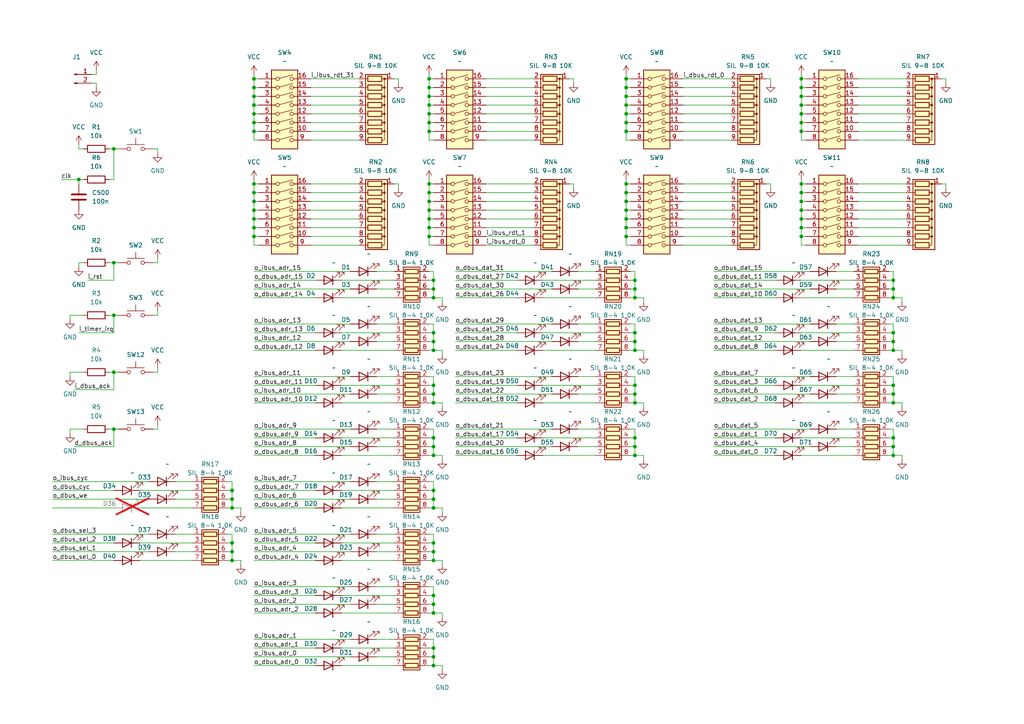
<source format=kicad_sch>
(kicad_sch (version 20230121) (generator eeschema)
  (paper "A4")
  (junction (at 73.66 66.04))
  (junction (at 125.73 114.3))
  (junction (at 232.41 35.56))
  (junction (at 181.61 60.96))
  (junction (at 73.66 30.48))
  (junction (at 125.73 193.04))
  (junction (at 125.73 96.52))
  (junction (at 125.73 144.78))
  (junction (at 184.15 114.3))
  (junction (at 259.08 127))
  (junction (at 73.66 33.02))
  (junction (at 67.31 157.48))
  (junction (at 67.31 160.02))
  (junction (at 232.41 30.48))
  (junction (at 259.08 86.36))
  (junction (at 181.61 58.42))
  (junction (at 67.31 147.32))
  (junction (at 124.46 22.86))
  (junction (at 124.46 66.04))
  (junction (at 124.46 25.4))
  (junction (at 232.41 55.88))
  (junction (at 184.15 83.82))
  (junction (at 184.15 127))
  (junction (at 184.15 81.28))
  (junction (at 67.31 142.24))
  (junction (at 125.73 160.02))
  (junction (at 259.08 99.06))
  (junction (at 73.66 68.58))
  (junction (at 259.08 101.6))
  (junction (at 232.41 22.86))
  (junction (at 125.73 187.96))
  (junction (at 73.66 53.34))
  (junction (at 125.73 81.28))
  (junction (at 124.46 60.96))
  (junction (at 125.73 142.24))
  (junction (at 124.46 68.58))
  (junction (at 232.41 66.04))
  (junction (at 73.66 60.96))
  (junction (at 73.66 22.86))
  (junction (at 124.46 30.48))
  (junction (at 67.31 144.78))
  (junction (at 232.41 53.34))
  (junction (at 22.86 52.07))
  (junction (at 181.61 68.58))
  (junction (at 232.41 33.02))
  (junction (at 181.61 30.48))
  (junction (at 184.15 96.52))
  (junction (at 184.15 129.54))
  (junction (at 259.08 114.3))
  (junction (at 259.08 81.28))
  (junction (at 33.02 124.46))
  (junction (at 125.73 175.26))
  (junction (at 124.46 55.88))
  (junction (at 181.61 38.1))
  (junction (at 125.73 83.82))
  (junction (at 125.73 132.08))
  (junction (at 181.61 22.86))
  (junction (at 125.73 99.06))
  (junction (at 232.41 63.5))
  (junction (at 184.15 86.36))
  (junction (at 259.08 111.76))
  (junction (at 73.66 63.5))
  (junction (at 232.41 68.58))
  (junction (at 232.41 58.42))
  (junction (at 33.02 43.18))
  (junction (at 73.66 58.42))
  (junction (at 125.73 172.72))
  (junction (at 184.15 111.76))
  (junction (at 125.73 147.32))
  (junction (at 232.41 27.94))
  (junction (at 124.46 53.34))
  (junction (at 181.61 63.5))
  (junction (at 33.02 107.95))
  (junction (at 181.61 33.02))
  (junction (at 73.66 38.1))
  (junction (at 125.73 127))
  (junction (at 124.46 58.42))
  (junction (at 232.41 25.4))
  (junction (at 124.46 63.5))
  (junction (at 125.73 111.76))
  (junction (at 259.08 132.08))
  (junction (at 67.31 162.56))
  (junction (at 181.61 55.88))
  (junction (at 125.73 129.54))
  (junction (at 33.02 91.44))
  (junction (at 232.41 60.96))
  (junction (at 125.73 101.6))
  (junction (at 73.66 55.88))
  (junction (at 184.15 116.84))
  (junction (at 125.73 162.56))
  (junction (at 181.61 25.4))
  (junction (at 259.08 129.54))
  (junction (at 125.73 157.48))
  (junction (at 232.41 38.1))
  (junction (at 259.08 83.82))
  (junction (at 259.08 116.84))
  (junction (at 33.02 76.2))
  (junction (at 73.66 27.94))
  (junction (at 124.46 33.02))
  (junction (at 124.46 35.56))
  (junction (at 124.46 38.1))
  (junction (at 181.61 66.04))
  (junction (at 124.46 27.94))
  (junction (at 184.15 99.06))
  (junction (at 259.08 96.52))
  (junction (at 181.61 53.34))
  (junction (at 125.73 116.84))
  (junction (at 125.73 86.36))
  (junction (at 184.15 101.6))
  (junction (at 184.15 132.08))
  (junction (at 181.61 35.56))
  (junction (at 125.73 177.8))
  (junction (at 181.61 27.94))
  (junction (at 125.73 190.5))
  (junction (at 73.66 35.56))
  (junction (at 73.66 25.4))
  (wire (pts (xy 232.41 55.88) (xy 232.41 53.34)))
  (wire (pts (xy 20.32 124.46) (xy 24.13 124.46)))
  (wire (pts (xy 259.08 99.06) (xy 257.81 99.06)))
  (wire (pts (xy 90.17 63.5) (xy 104.14 63.5)))
  (wire (pts (xy 207.01 124.46) (xy 234.95 124.46)))
  (wire (pts (xy 181.61 27.94) (xy 182.88 27.94)))
  (wire (pts (xy 125.73 132.08) (xy 124.46 132.08)))
  (wire (pts (xy 73.66 187.96) (xy 91.44 187.96)))
  (wire (pts (xy 22.86 41.91) (xy 22.86 43.18)))
  (wire (pts (xy 124.46 35.56) (xy 124.46 33.02)))
  (wire (pts (xy 124.46 38.1) (xy 124.46 35.56)))
  (wire (pts (xy 186.69 132.08) (xy 186.69 133.35)))
  (wire (pts (xy 232.41 30.48) (xy 232.41 27.94)))
  (wire (pts (xy 132.08 101.6) (xy 149.86 101.6)))
  (wire (pts (xy 125.73 127) (xy 125.73 129.54)))
  (wire (pts (xy 31.75 76.2) (xy 33.02 76.2)))
  (wire (pts (xy 40.64 147.32) (xy 55.88 147.32)))
  (wire (pts (xy 73.66 35.56) (xy 74.93 35.56)))
  (wire (pts (xy 167.64 124.46) (xy 172.72 124.46)))
  (wire (pts (xy 259.08 101.6) (xy 261.62 101.6)))
  (wire (pts (xy 31.75 124.46) (xy 33.02 124.46)))
  (wire (pts (xy 157.48 81.28) (xy 172.72 81.28)))
  (wire (pts (xy 124.46 27.94) (xy 125.73 27.94)))
  (wire (pts (xy 232.41 101.6) (xy 247.65 101.6)))
  (wire (pts (xy 181.61 33.02) (xy 181.61 30.48)))
  (wire (pts (xy 125.73 190.5) (xy 125.73 193.04)))
  (wire (pts (xy 167.64 109.22) (xy 172.72 109.22)))
  (wire (pts (xy 184.15 114.3) (xy 182.88 114.3)))
  (wire (pts (xy 140.97 55.88) (xy 154.94 55.88)))
  (wire (pts (xy 99.06 147.32) (xy 114.3 147.32)))
  (wire (pts (xy 73.66 193.04) (xy 91.44 193.04)))
  (wire (pts (xy 132.08 83.82) (xy 160.02 83.82)))
  (wire (pts (xy 186.69 101.6) (xy 186.69 102.87)))
  (wire (pts (xy 124.46 154.94) (xy 125.73 154.94)))
  (wire (pts (xy 181.61 35.56) (xy 182.88 35.56)))
  (wire (pts (xy 232.41 33.02) (xy 232.41 30.48)))
  (wire (pts (xy 198.12 38.1) (xy 212.09 38.1)))
  (wire (pts (xy 125.73 114.3) (xy 124.46 114.3)))
  (wire (pts (xy 207.01 129.54) (xy 234.95 129.54)))
  (wire (pts (xy 198.12 60.96) (xy 212.09 60.96)))
  (wire (pts (xy 124.46 78.74) (xy 125.73 78.74)))
  (wire (pts (xy 73.66 127) (xy 91.44 127)))
  (wire (pts (xy 90.17 71.12) (xy 104.14 71.12)))
  (wire (pts (xy 125.73 154.94) (xy 125.73 157.48)))
  (wire (pts (xy 67.31 144.78) (xy 66.04 144.78)))
  (wire (pts (xy 125.73 147.32) (xy 128.27 147.32)))
  (wire (pts (xy 99.06 86.36) (xy 114.3 86.36)))
  (wire (pts (xy 73.66 53.34) (xy 73.66 52.07)))
  (wire (pts (xy 40.64 162.56) (xy 55.88 162.56)))
  (wire (pts (xy 182.88 93.98) (xy 184.15 93.98)))
  (wire (pts (xy 124.46 30.48) (xy 124.46 27.94)))
  (wire (pts (xy 132.08 124.46) (xy 160.02 124.46)))
  (wire (pts (xy 15.24 147.32) (xy 33.02 147.32)))
  (wire (pts (xy 125.73 162.56) (xy 128.27 162.56)))
  (wire (pts (xy 33.02 124.46) (xy 33.02 129.54)))
  (wire (pts (xy 73.66 58.42) (xy 74.93 58.42)))
  (wire (pts (xy 167.64 114.3) (xy 172.72 114.3)))
  (wire (pts (xy 50.8 139.7) (xy 55.88 139.7)))
  (wire (pts (xy 73.66 63.5) (xy 73.66 60.96)))
  (wire (pts (xy 66.04 154.94) (xy 67.31 154.94)))
  (wire (pts (xy 31.75 52.07) (xy 33.02 52.07)))
  (wire (pts (xy 26.67 21.59) (xy 27.94 21.59)))
  (wire (pts (xy 207.01 114.3) (xy 234.95 114.3)))
  (wire (pts (xy 125.73 187.96) (xy 124.46 187.96)))
  (wire (pts (xy 125.73 101.6) (xy 124.46 101.6)))
  (wire (pts (xy 73.66 30.48) (xy 74.93 30.48)))
  (wire (pts (xy 45.72 124.46) (xy 45.72 123.19)))
  (wire (pts (xy 181.61 38.1) (xy 181.61 35.56)))
  (wire (pts (xy 232.41 35.56) (xy 232.41 33.02)))
  (wire (pts (xy 207.01 109.22) (xy 234.95 109.22)))
  (wire (pts (xy 181.61 22.86) (xy 181.61 21.59)))
  (wire (pts (xy 274.32 54.61) (xy 274.32 53.34)))
  (wire (pts (xy 184.15 111.76) (xy 184.15 114.3)))
  (wire (pts (xy 181.61 55.88) (xy 181.61 53.34)))
  (wire (pts (xy 184.15 86.36) (xy 186.69 86.36)))
  (wire (pts (xy 259.08 114.3) (xy 259.08 116.84)))
  (wire (pts (xy 109.22 83.82) (xy 114.3 83.82)))
  (wire (pts (xy 73.66 55.88) (xy 73.66 53.34)))
  (wire (pts (xy 73.66 111.76) (xy 91.44 111.76)))
  (wire (pts (xy 99.06 111.76) (xy 114.3 111.76)))
  (wire (pts (xy 73.66 30.48) (xy 73.66 27.94)))
  (wire (pts (xy 198.12 55.88) (xy 212.09 55.88)))
  (wire (pts (xy 73.66 22.86) (xy 74.93 22.86)))
  (wire (pts (xy 140.97 22.86) (xy 154.94 22.86)))
  (wire (pts (xy 132.08 96.52) (xy 149.86 96.52)))
  (wire (pts (xy 259.08 127) (xy 257.81 127)))
  (wire (pts (xy 232.41 71.12) (xy 232.41 68.58)))
  (wire (pts (xy 184.15 109.22) (xy 184.15 111.76)))
  (wire (pts (xy 22.86 76.2) (xy 24.13 76.2)))
  (wire (pts (xy 125.73 132.08) (xy 128.27 132.08)))
  (wire (pts (xy 73.66 58.42) (xy 73.66 55.88)))
  (wire (pts (xy 259.08 127) (xy 259.08 129.54)))
  (wire (pts (xy 124.46 53.34) (xy 125.73 53.34)))
  (wire (pts (xy 125.73 177.8) (xy 124.46 177.8)))
  (wire (pts (xy 198.12 22.86) (xy 212.09 22.86)))
  (wire (pts (xy 132.08 78.74) (xy 160.02 78.74)))
  (wire (pts (xy 181.61 22.86) (xy 182.88 22.86)))
  (wire (pts (xy 181.61 55.88) (xy 182.88 55.88)))
  (wire (pts (xy 125.73 185.42) (xy 125.73 187.96)))
  (wire (pts (xy 67.31 142.24) (xy 67.31 144.78)))
  (wire (pts (xy 125.73 172.72) (xy 124.46 172.72)))
  (wire (pts (xy 33.02 43.18) (xy 33.02 52.07)))
  (wire (pts (xy 109.22 185.42) (xy 114.3 185.42)))
  (wire (pts (xy 232.41 68.58) (xy 232.41 66.04)))
  (wire (pts (xy 125.73 190.5) (xy 124.46 190.5)))
  (wire (pts (xy 140.97 35.56) (xy 154.94 35.56)))
  (wire (pts (xy 73.66 35.56) (xy 73.66 33.02)))
  (wire (pts (xy 50.8 160.02) (xy 55.88 160.02)))
  (wire (pts (xy 232.41 27.94) (xy 233.68 27.94)))
  (wire (pts (xy 248.92 68.58) (xy 262.89 68.58)))
  (wire (pts (xy 181.61 66.04) (xy 182.88 66.04)))
  (wire (pts (xy 67.31 157.48) (xy 67.31 160.02)))
  (wire (pts (xy 73.66 132.08) (xy 91.44 132.08)))
  (wire (pts (xy 73.66 86.36) (xy 91.44 86.36)))
  (wire (pts (xy 67.31 142.24) (xy 66.04 142.24)))
  (wire (pts (xy 232.41 58.42) (xy 232.41 55.88)))
  (wire (pts (xy 259.08 132.08) (xy 261.62 132.08)))
  (wire (pts (xy 157.48 116.84) (xy 172.72 116.84)))
  (wire (pts (xy 167.64 129.54) (xy 172.72 129.54)))
  (wire (pts (xy 128.27 101.6) (xy 128.27 102.87)))
  (wire (pts (xy 125.73 109.22) (xy 125.73 111.76)))
  (wire (pts (xy 73.66 154.94) (xy 101.6 154.94)))
  (wire (pts (xy 125.73 142.24) (xy 124.46 142.24)))
  (wire (pts (xy 73.66 157.48) (xy 91.44 157.48)))
  (wire (pts (xy 125.73 96.52) (xy 125.73 99.06)))
  (wire (pts (xy 248.92 30.48) (xy 262.89 30.48)))
  (wire (pts (xy 124.46 25.4) (xy 124.46 22.86)))
  (wire (pts (xy 184.15 96.52) (xy 182.88 96.52)))
  (wire (pts (xy 125.73 99.06) (xy 125.73 101.6)))
  (wire (pts (xy 21.59 113.03) (xy 33.02 113.03)))
  (wire (pts (xy 73.66 53.34) (xy 74.93 53.34)))
  (wire (pts (xy 242.57 99.06) (xy 247.65 99.06)))
  (wire (pts (xy 128.27 116.84) (xy 128.27 118.11)))
  (wire (pts (xy 73.66 190.5) (xy 101.6 190.5)))
  (wire (pts (xy 27.94 24.13) (xy 27.94 25.4)))
  (wire (pts (xy 27.94 21.59) (xy 27.94 20.32)))
  (wire (pts (xy 125.73 83.82) (xy 124.46 83.82)))
  (wire (pts (xy 125.73 175.26) (xy 125.73 177.8)))
  (wire (pts (xy 125.73 187.96) (xy 125.73 190.5)))
  (wire (pts (xy 198.12 40.64) (xy 212.09 40.64)))
  (wire (pts (xy 25.4 81.28) (xy 33.02 81.28)))
  (wire (pts (xy 232.41 22.86) (xy 233.68 22.86)))
  (wire (pts (xy 198.12 33.02) (xy 212.09 33.02)))
  (wire (pts (xy 73.66 93.98) (xy 101.6 93.98)))
  (wire (pts (xy 184.15 81.28) (xy 184.15 83.82)))
  (wire (pts (xy 181.61 35.56) (xy 181.61 33.02)))
  (wire (pts (xy 73.66 22.86) (xy 73.66 21.59)))
  (wire (pts (xy 140.97 40.64) (xy 154.94 40.64)))
  (wire (pts (xy 165.1 53.34) (xy 166.37 53.34)))
  (wire (pts (xy 125.73 81.28) (xy 125.73 83.82)))
  (wire (pts (xy 125.73 160.02) (xy 124.46 160.02)))
  (wire (pts (xy 140.97 58.42) (xy 154.94 58.42)))
  (wire (pts (xy 184.15 83.82) (xy 184.15 86.36)))
  (wire (pts (xy 90.17 35.56) (xy 104.14 35.56)))
  (wire (pts (xy 124.46 55.88) (xy 124.46 53.34)))
  (wire (pts (xy 261.62 116.84) (xy 261.62 118.11)))
  (wire (pts (xy 184.15 116.84) (xy 186.69 116.84)))
  (wire (pts (xy 90.17 27.94) (xy 104.14 27.94)))
  (wire (pts (xy 184.15 99.06) (xy 184.15 101.6)))
  (wire (pts (xy 125.73 177.8) (xy 128.27 177.8)))
  (wire (pts (xy 198.12 27.94) (xy 212.09 27.94)))
  (wire (pts (xy 67.31 147.32) (xy 69.85 147.32)))
  (wire (pts (xy 259.08 96.52) (xy 259.08 99.06)))
  (wire (pts (xy 182.88 124.46) (xy 184.15 124.46)))
  (wire (pts (xy 45.72 107.95) (xy 45.72 106.68)))
  (wire (pts (xy 125.73 116.84) (xy 128.27 116.84)))
  (wire (pts (xy 125.73 111.76) (xy 124.46 111.76)))
  (wire (pts (xy 125.73 193.04) (xy 128.27 193.04)))
  (wire (pts (xy 22.86 52.07) (xy 24.13 52.07)))
  (wire (pts (xy 259.08 109.22) (xy 259.08 111.76)))
  (wire (pts (xy 67.31 154.94) (xy 67.31 157.48)))
  (wire (pts (xy 50.8 154.94) (xy 55.88 154.94)))
  (wire (pts (xy 124.46 55.88) (xy 125.73 55.88)))
  (wire (pts (xy 73.66 170.18) (xy 101.6 170.18)))
  (wire (pts (xy 184.15 132.08) (xy 182.88 132.08)))
  (wire (pts (xy 207.01 78.74) (xy 234.95 78.74)))
  (wire (pts (xy 257.81 78.74) (xy 259.08 78.74)))
  (wire (pts (xy 132.08 81.28) (xy 149.86 81.28)))
  (wire (pts (xy 125.73 160.02) (xy 125.73 162.56)))
  (wire (pts (xy 165.1 22.86) (xy 166.37 22.86)))
  (wire (pts (xy 232.41 63.5) (xy 232.41 60.96)))
  (wire (pts (xy 90.17 68.58) (xy 104.14 68.58)))
  (wire (pts (xy 31.75 43.18) (xy 33.02 43.18)))
  (wire (pts (xy 248.92 40.64) (xy 262.89 40.64)))
  (wire (pts (xy 73.66 139.7) (xy 101.6 139.7)))
  (wire (pts (xy 73.66 68.58) (xy 74.93 68.58)))
  (wire (pts (xy 248.92 71.12) (xy 262.89 71.12)))
  (wire (pts (xy 124.46 35.56) (xy 125.73 35.56)))
  (wire (pts (xy 125.73 116.84) (xy 124.46 116.84)))
  (wire (pts (xy 44.45 124.46) (xy 45.72 124.46)))
  (wire (pts (xy 31.75 91.44) (xy 33.02 91.44)))
  (wire (pts (xy 125.73 86.36) (xy 124.46 86.36)))
  (wire (pts (xy 109.22 109.22) (xy 114.3 109.22)))
  (wire (pts (xy 22.86 52.07) (xy 22.86 53.34)))
  (wire (pts (xy 125.73 83.82) (xy 125.73 86.36)))
  (wire (pts (xy 167.64 99.06) (xy 172.72 99.06)))
  (wire (pts (xy 242.57 109.22) (xy 247.65 109.22)))
  (wire (pts (xy 124.46 30.48) (xy 125.73 30.48)))
  (wire (pts (xy 125.73 175.26) (xy 124.46 175.26)))
  (wire (pts (xy 232.41 96.52) (xy 247.65 96.52)))
  (wire (pts (xy 73.66 172.72) (xy 91.44 172.72)))
  (wire (pts (xy 124.46 124.46) (xy 125.73 124.46)))
  (wire (pts (xy 181.61 58.42) (xy 181.61 55.88)))
  (wire (pts (xy 132.08 132.08) (xy 149.86 132.08)))
  (wire (pts (xy 33.02 76.2) (xy 33.02 81.28)))
  (wire (pts (xy 45.72 91.44) (xy 45.72 90.17)))
  (wire (pts (xy 248.92 35.56) (xy 262.89 35.56)))
  (wire (pts (xy 20.32 92.71) (xy 20.32 91.44)))
  (wire (pts (xy 125.73 101.6) (xy 128.27 101.6)))
  (wire (pts (xy 90.17 33.02) (xy 104.14 33.02)))
  (wire (pts (xy 232.41 132.08) (xy 247.65 132.08)))
  (wire (pts (xy 124.46 40.64) (xy 124.46 38.1)))
  (wire (pts (xy 181.61 53.34) (xy 181.61 52.07)))
  (wire (pts (xy 73.66 83.82) (xy 101.6 83.82)))
  (wire (pts (xy 232.41 27.94) (xy 232.41 25.4)))
  (wire (pts (xy 132.08 99.06) (xy 160.02 99.06)))
  (wire (pts (xy 181.61 38.1) (xy 182.88 38.1)))
  (wire (pts (xy 181.61 60.96) (xy 181.61 58.42)))
  (wire (pts (xy 198.12 25.4) (xy 212.09 25.4)))
  (wire (pts (xy 132.08 127) (xy 149.86 127)))
  (wire (pts (xy 198.12 71.12) (xy 212.09 71.12)))
  (wire (pts (xy 248.92 63.5) (xy 262.89 63.5)))
  (wire (pts (xy 31.75 107.95) (xy 33.02 107.95)))
  (wire (pts (xy 40.64 157.48) (xy 55.88 157.48)))
  (wire (pts (xy 125.73 99.06) (xy 124.46 99.06)))
  (wire (pts (xy 184.15 129.54) (xy 182.88 129.54)))
  (wire (pts (xy 44.45 43.18) (xy 45.72 43.18)))
  (wire (pts (xy 259.08 111.76) (xy 259.08 114.3)))
  (wire (pts (xy 259.08 111.76) (xy 257.81 111.76)))
  (wire (pts (xy 90.17 66.04) (xy 104.14 66.04)))
  (wire (pts (xy 248.92 53.34) (xy 262.89 53.34)))
  (wire (pts (xy 132.08 116.84) (xy 149.86 116.84)))
  (wire (pts (xy 73.66 27.94) (xy 73.66 25.4)))
  (wire (pts (xy 184.15 96.52) (xy 184.15 99.06)))
  (wire (pts (xy 140.97 71.12) (xy 154.94 71.12)))
  (wire (pts (xy 257.81 109.22) (xy 259.08 109.22)))
  (wire (pts (xy 232.41 127) (xy 247.65 127)))
  (wire (pts (xy 40.64 142.24) (xy 55.88 142.24)))
  (wire (pts (xy 184.15 86.36) (xy 182.88 86.36)))
  (wire (pts (xy 124.46 109.22) (xy 125.73 109.22)))
  (wire (pts (xy 207.01 86.36) (xy 224.79 86.36)))
  (wire (pts (xy 248.92 55.88) (xy 262.89 55.88)))
  (wire (pts (xy 125.73 93.98) (xy 125.73 96.52)))
  (wire (pts (xy 248.92 33.02) (xy 262.89 33.02)))
  (wire (pts (xy 184.15 114.3) (xy 184.15 116.84)))
  (wire (pts (xy 33.02 76.2) (xy 34.29 76.2)))
  (wire (pts (xy 15.24 142.24) (xy 33.02 142.24)))
  (wire (pts (xy 207.01 101.6) (xy 224.79 101.6)))
  (wire (pts (xy 157.48 96.52) (xy 172.72 96.52)))
  (wire (pts (xy 67.31 162.56) (xy 69.85 162.56)))
  (wire (pts (xy 73.66 175.26) (xy 101.6 175.26)))
  (wire (pts (xy 67.31 147.32) (xy 66.04 147.32)))
  (wire (pts (xy 198.12 53.34) (xy 212.09 53.34)))
  (wire (pts (xy 73.66 162.56) (xy 91.44 162.56)))
  (wire (pts (xy 140.97 53.34) (xy 154.94 53.34)))
  (wire (pts (xy 232.41 66.04) (xy 233.68 66.04)))
  (wire (pts (xy 22.86 96.52) (xy 33.02 96.52)))
  (wire (pts (xy 15.24 139.7) (xy 43.18 139.7)))
  (wire (pts (xy 248.92 66.04) (xy 262.89 66.04)))
  (wire (pts (xy 198.12 66.04) (xy 212.09 66.04)))
  (wire (pts (xy 259.08 86.36) (xy 261.62 86.36)))
  (wire (pts (xy 124.46 22.86) (xy 124.46 21.59)))
  (wire (pts (xy 198.12 58.42) (xy 212.09 58.42)))
  (wire (pts (xy 73.66 109.22) (xy 101.6 109.22)))
  (wire (pts (xy 99.06 193.04) (xy 114.3 193.04)))
  (wire (pts (xy 66.04 139.7) (xy 67.31 139.7)))
  (wire (pts (xy 99.06 81.28) (xy 114.3 81.28)))
  (wire (pts (xy 115.57 54.61) (xy 115.57 53.34)))
  (wire (pts (xy 15.24 160.02) (xy 43.18 160.02)))
  (wire (pts (xy 140.97 27.94) (xy 154.94 27.94)))
  (wire (pts (xy 222.25 53.34) (xy 223.52 53.34)))
  (wire (pts (xy 184.15 124.46) (xy 184.15 127)))
  (wire (pts (xy 73.66 38.1) (xy 73.66 35.56)))
  (wire (pts (xy 232.41 86.36) (xy 247.65 86.36)))
  (wire (pts (xy 207.01 83.82) (xy 234.95 83.82)))
  (wire (pts (xy 232.41 38.1) (xy 233.68 38.1)))
  (wire (pts (xy 140.97 66.04) (xy 154.94 66.04)))
  (wire (pts (xy 124.46 66.04) (xy 125.73 66.04)))
  (wire (pts (xy 181.61 27.94) (xy 181.61 25.4)))
  (wire (pts (xy 259.08 83.82) (xy 257.81 83.82)))
  (wire (pts (xy 124.46 93.98) (xy 125.73 93.98)))
  (wire (pts (xy 90.17 22.86) (xy 104.14 22.86)))
  (wire (pts (xy 182.88 40.64) (xy 181.61 40.64)))
  (wire (pts (xy 184.15 78.74) (xy 184.15 81.28)))
  (wire (pts (xy 181.61 53.34) (xy 182.88 53.34)))
  (wire (pts (xy 109.22 190.5) (xy 114.3 190.5)))
  (wire (pts (xy 125.73 111.76) (xy 125.73 114.3)))
  (wire (pts (xy 99.06 101.6) (xy 114.3 101.6)))
  (wire (pts (xy 132.08 129.54) (xy 160.02 129.54)))
  (wire (pts (xy 99.06 157.48) (xy 114.3 157.48)))
  (wire (pts (xy 20.32 109.22) (xy 20.32 107.95)))
  (wire (pts (xy 73.66 71.12) (xy 73.66 68.58)))
  (wire (pts (xy 99.06 177.8) (xy 114.3 177.8)))
  (wire (pts (xy 73.66 66.04) (xy 74.93 66.04)))
  (wire (pts (xy 73.66 101.6) (xy 91.44 101.6)))
  (wire (pts (xy 182.88 109.22) (xy 184.15 109.22)))
  (wire (pts (xy 166.37 54.61) (xy 166.37 53.34)))
  (wire (pts (xy 232.41 111.76) (xy 247.65 111.76)))
  (wire (pts (xy 124.46 68.58) (xy 125.73 68.58)))
  (wire (pts (xy 17.78 52.07) (xy 22.86 52.07)))
  (wire (pts (xy 259.08 83.82) (xy 259.08 86.36)))
  (wire (pts (xy 15.24 144.78) (xy 43.18 144.78)))
  (wire (pts (xy 73.66 129.54) (xy 101.6 129.54)))
  (wire (pts (xy 69.85 162.56) (xy 69.85 163.83)))
  (wire (pts (xy 184.15 127) (xy 184.15 129.54)))
  (wire (pts (xy 232.41 35.56) (xy 233.68 35.56)))
  (wire (pts (xy 109.22 78.74) (xy 114.3 78.74)))
  (wire (pts (xy 90.17 25.4) (xy 104.14 25.4)))
  (wire (pts (xy 128.27 162.56) (xy 128.27 163.83)))
  (wire (pts (xy 109.22 160.02) (xy 114.3 160.02)))
  (wire (pts (xy 259.08 81.28) (xy 259.08 83.82)))
  (wire (pts (xy 140.97 33.02) (xy 154.94 33.02)))
  (wire (pts (xy 26.67 24.13) (xy 27.94 24.13)))
  (wire (pts (xy 124.46 33.02) (xy 124.46 30.48)))
  (wire (pts (xy 124.46 63.5) (xy 125.73 63.5)))
  (wire (pts (xy 33.02 107.95) (xy 34.29 107.95)))
  (wire (pts (xy 232.41 68.58) (xy 233.68 68.58)))
  (wire (pts (xy 128.27 132.08) (xy 128.27 133.35)))
  (wire (pts (xy 33.02 124.46) (xy 34.29 124.46)))
  (wire (pts (xy 184.15 127) (xy 182.88 127)))
  (wire (pts (xy 181.61 60.96) (xy 182.88 60.96)))
  (wire (pts (xy 73.66 60.96) (xy 73.66 58.42)))
  (wire (pts (xy 99.06 172.72) (xy 114.3 172.72)))
  (wire (pts (xy 99.06 127) (xy 114.3 127)))
  (wire (pts (xy 232.41 53.34) (xy 233.68 53.34)))
  (wire (pts (xy 124.46 66.04) (xy 124.46 63.5)))
  (wire (pts (xy 109.22 154.94) (xy 114.3 154.94)))
  (wire (pts (xy 223.52 24.13) (xy 223.52 22.86)))
  (wire (pts (xy 125.73 124.46) (xy 125.73 127)))
  (wire (pts (xy 181.61 63.5) (xy 181.61 60.96)))
  (wire (pts (xy 259.08 99.06) (xy 259.08 101.6)))
  (wire (pts (xy 157.48 86.36) (xy 172.72 86.36)))
  (wire (pts (xy 73.66 147.32) (xy 91.44 147.32)))
  (wire (pts (xy 140.97 30.48) (xy 154.94 30.48)))
  (wire (pts (xy 67.31 139.7) (xy 67.31 142.24)))
  (wire (pts (xy 181.61 68.58) (xy 181.61 66.04)))
  (wire (pts (xy 124.46 170.18) (xy 125.73 170.18)))
  (wire (pts (xy 90.17 58.42) (xy 104.14 58.42)))
  (wire (pts (xy 186.69 116.84) (xy 186.69 118.11)))
  (wire (pts (xy 125.73 114.3) (xy 125.73 116.84)))
  (wire (pts (xy 73.66 33.02) (xy 74.93 33.02)))
  (wire (pts (xy 184.15 81.28) (xy 182.88 81.28)))
  (wire (pts (xy 207.01 93.98) (xy 234.95 93.98)))
  (wire (pts (xy 73.66 25.4) (xy 73.66 22.86)))
  (wire (pts (xy 181.61 30.48) (xy 182.88 30.48)))
  (wire (pts (xy 45.72 76.2) (xy 45.72 74.93)))
  (wire (pts (xy 157.48 132.08) (xy 172.72 132.08)))
  (wire (pts (xy 73.66 116.84) (xy 91.44 116.84)))
  (wire (pts (xy 181.61 63.5) (xy 182.88 63.5)))
  (wire (pts (xy 124.46 185.42) (xy 125.73 185.42)))
  (wire (pts (xy 232.41 22.86) (xy 232.41 21.59)))
  (wire (pts (xy 232.41 66.04) (xy 232.41 63.5)))
  (wire (pts (xy 248.92 60.96) (xy 262.89 60.96)))
  (wire (pts (xy 73.66 55.88) (xy 74.93 55.88)))
  (wire (pts (xy 114.3 53.34) (xy 115.57 53.34)))
  (wire (pts (xy 109.22 114.3) (xy 114.3 114.3)))
  (wire (pts (xy 181.61 58.42) (xy 182.88 58.42)))
  (wire (pts (xy 242.57 129.54) (xy 247.65 129.54)))
  (wire (pts (xy 73.66 38.1) (xy 74.93 38.1)))
  (wire (pts (xy 232.41 25.4) (xy 232.41 22.86)))
  (wire (pts (xy 125.73 144.78) (xy 124.46 144.78)))
  (wire (pts (xy 125.73 129.54) (xy 124.46 129.54)))
  (wire (pts (xy 73.66 81.28) (xy 91.44 81.28)))
  (wire (pts (xy 140.97 68.58) (xy 154.94 68.58)))
  (wire (pts (xy 73.66 66.04) (xy 73.66 63.5)))
  (wire (pts (xy 67.31 160.02) (xy 67.31 162.56)))
  (wire (pts (xy 259.08 114.3) (xy 257.81 114.3)))
  (wire (pts (xy 198.12 30.48) (xy 212.09 30.48)))
  (wire (pts (xy 232.41 33.02) (xy 233.68 33.02)))
  (wire (pts (xy 259.08 86.36) (xy 257.81 86.36)))
  (wire (pts (xy 125.73 157.48) (xy 124.46 157.48)))
  (wire (pts (xy 33.02 43.18) (xy 34.29 43.18)))
  (wire (pts (xy 124.46 139.7) (xy 125.73 139.7)))
  (wire (pts (xy 73.66 40.64) (xy 73.66 38.1)))
  (wire (pts (xy 198.12 63.5) (xy 212.09 63.5)))
  (wire (pts (xy 184.15 101.6) (xy 186.69 101.6)))
  (wire (pts (xy 207.01 111.76) (xy 224.79 111.76)))
  (wire (pts (xy 128.27 193.04) (xy 128.27 194.31)))
  (wire (pts (xy 74.93 40.64) (xy 73.66 40.64)))
  (wire (pts (xy 45.72 43.18) (xy 45.72 44.45)))
  (wire (pts (xy 232.41 38.1) (xy 232.41 35.56)))
  (wire (pts (xy 124.46 60.96) (xy 125.73 60.96)))
  (wire (pts (xy 157.48 111.76) (xy 172.72 111.76)))
  (wire (pts (xy 125.73 86.36) (xy 128.27 86.36)))
  (wire (pts (xy 207.01 81.28) (xy 224.79 81.28)))
  (wire (pts (xy 261.62 86.36) (xy 261.62 87.63)))
  (wire (pts (xy 44.45 76.2) (xy 45.72 76.2)))
  (wire (pts (xy 242.57 114.3) (xy 247.65 114.3)))
  (wire (pts (xy 184.15 129.54) (xy 184.15 132.08)))
  (wire (pts (xy 15.24 157.48) (xy 33.02 157.48)))
  (wire (pts (xy 73.66 142.24) (xy 91.44 142.24)))
  (wire (pts (xy 67.31 144.78) (xy 67.31 147.32)))
  (wire (pts (xy 125.73 40.64) (xy 124.46 40.64)))
  (wire (pts (xy 157.48 127) (xy 172.72 127)))
  (wire (pts (xy 128.27 147.32) (xy 128.27 148.59)))
  (wire (pts (xy 222.25 22.86) (xy 223.52 22.86)))
  (wire (pts (xy 232.41 81.28) (xy 247.65 81.28)))
  (wire (pts (xy 114.3 22.86) (xy 115.57 22.86)))
  (wire (pts (xy 109.22 129.54) (xy 114.3 129.54)))
  (wire (pts (xy 182.88 78.74) (xy 184.15 78.74)))
  (wire (pts (xy 73.66 160.02) (xy 101.6 160.02)))
  (wire (pts (xy 125.73 170.18) (xy 125.73 172.72)))
  (wire (pts (xy 33.02 91.44) (xy 33.02 96.52)))
  (wire (pts (xy 67.31 157.48) (xy 66.04 157.48)))
  (wire (pts (xy 248.92 58.42) (xy 262.89 58.42)))
  (wire (pts (xy 109.22 99.06) (xy 114.3 99.06)))
  (wire (pts (xy 99.06 132.08) (xy 114.3 132.08)))
  (wire (pts (xy 207.01 116.84) (xy 224.79 116.84)))
  (wire (pts (xy 125.73 147.32) (xy 124.46 147.32)))
  (wire (pts (xy 259.08 124.46) (xy 259.08 127)))
  (wire (pts (xy 90.17 53.34) (xy 104.14 53.34)))
  (wire (pts (xy 166.37 24.13) (xy 166.37 22.86)))
  (wire (pts (xy 261.62 101.6) (xy 261.62 102.87)))
  (wire (pts (xy 140.97 25.4) (xy 154.94 25.4)))
  (wire (pts (xy 232.41 60.96) (xy 232.41 58.42)))
  (wire (pts (xy 232.41 60.96) (xy 233.68 60.96)))
  (wire (pts (xy 167.64 93.98) (xy 172.72 93.98)))
  (wire (pts (xy 73.66 185.42) (xy 101.6 185.42)))
  (wire (pts (xy 198.12 68.58) (xy 212.09 68.58)))
  (wire (pts (xy 99.06 187.96) (xy 114.3 187.96)))
  (wire (pts (xy 115.57 24.13) (xy 115.57 22.86)))
  (wire (pts (xy 232.41 53.34) (xy 232.41 52.07)))
  (wire (pts (xy 44.45 107.95) (xy 45.72 107.95)))
  (wire (pts (xy 184.15 99.06) (xy 182.88 99.06)))
  (wire (pts (xy 186.69 86.36) (xy 186.69 87.63)))
  (wire (pts (xy 125.73 139.7) (xy 125.73 142.24)))
  (wire (pts (xy 33.02 107.95) (xy 33.02 113.03)))
  (wire (pts (xy 69.85 147.32) (xy 69.85 148.59)))
  (wire (pts (xy 109.22 170.18) (xy 114.3 170.18)))
  (wire (pts (xy 184.15 101.6) (xy 182.88 101.6)))
  (wire (pts (xy 273.05 22.86) (xy 274.32 22.86)))
  (wire (pts (xy 184.15 132.08) (xy 186.69 132.08)))
  (wire (pts (xy 22.86 77.47) (xy 22.86 76.2)))
  (wire (pts (xy 125.73 144.78) (xy 125.73 147.32)))
  (wire (pts (xy 124.46 33.02) (xy 125.73 33.02)))
  (wire (pts (xy 182.88 71.12) (xy 181.61 71.12)))
  (wire (pts (xy 259.08 116.84) (xy 257.81 116.84)))
  (wire (pts (xy 223.52 54.61) (xy 223.52 53.34)))
  (wire (pts (xy 232.41 116.84) (xy 247.65 116.84)))
  (wire (pts (xy 99.06 116.84) (xy 114.3 116.84)))
  (wire (pts (xy 125.73 142.24) (xy 125.73 144.78)))
  (wire (pts (xy 232.41 55.88) (xy 233.68 55.88)))
  (wire (pts (xy 274.32 24.13) (xy 274.32 22.86)))
  (wire (pts (xy 125.73 81.28) (xy 124.46 81.28)))
  (wire (pts (xy 232.41 63.5) (xy 233.68 63.5)))
  (wire (pts (xy 184.15 83.82) (xy 182.88 83.82)))
  (wire (pts (xy 157.48 101.6) (xy 172.72 101.6)))
  (wire (pts (xy 99.06 162.56) (xy 114.3 162.56)))
  (wire (pts (xy 124.46 25.4) (xy 125.73 25.4)))
  (wire (pts (xy 140.97 63.5) (xy 154.94 63.5)))
  (wire (pts (xy 207.01 132.08) (xy 224.79 132.08)))
  (wire (pts (xy 33.02 91.44) (xy 34.29 91.44)))
  (wire (pts (xy 124.46 58.42) (xy 125.73 58.42)))
  (wire (pts (xy 124.46 22.86) (xy 125.73 22.86)))
  (wire (pts (xy 259.08 129.54) (xy 257.81 129.54)))
  (wire (pts (xy 73.66 144.78) (xy 101.6 144.78)))
  (wire (pts (xy 257.81 93.98) (xy 259.08 93.98)))
  (wire (pts (xy 167.64 83.82) (xy 172.72 83.82)))
  (wire (pts (xy 73.66 33.02) (xy 73.66 30.48)))
  (wire (pts (xy 109.22 124.46) (xy 114.3 124.46)))
  (wire (pts (xy 124.46 58.42) (xy 124.46 55.88)))
  (wire (pts (xy 259.08 132.08) (xy 257.81 132.08)))
  (wire (pts (xy 15.24 162.56) (xy 33.02 162.56)))
  (wire (pts (xy 261.62 132.08) (xy 261.62 133.35)))
  (wire (pts (xy 124.46 27.94) (xy 124.46 25.4)))
  (wire (pts (xy 44.45 91.44) (xy 45.72 91.44)))
  (wire (pts (xy 242.57 93.98) (xy 247.65 93.98)))
  (wire (pts (xy 73.66 60.96) (xy 74.93 60.96)))
  (wire (pts (xy 15.24 154.94) (xy 43.18 154.94)))
  (wire (pts (xy 207.01 99.06) (xy 234.95 99.06)))
  (wire (pts (xy 259.08 93.98) (xy 259.08 96.52)))
  (wire (pts (xy 140.97 60.96) (xy 154.94 60.96)))
  (wire (pts (xy 259.08 78.74) (xy 259.08 81.28)))
  (wire (pts (xy 90.17 55.88) (xy 104.14 55.88)))
  (wire (pts (xy 90.17 30.48) (xy 104.14 30.48)))
  (wire (pts (xy 181.61 68.58) (xy 182.88 68.58)))
  (wire (pts (xy 125.73 172.72) (xy 125.73 175.26)))
  (wire (pts (xy 73.66 68.58) (xy 73.66 66.04)))
  (wire (pts (xy 233.68 40.64) (xy 232.41 40.64)))
  (wire (pts (xy 125.73 129.54) (xy 125.73 132.08)))
  (wire (pts (xy 181.61 40.64) (xy 181.61 38.1)))
  (wire (pts (xy 125.73 71.12) (xy 124.46 71.12)))
  (wire (pts (xy 50.8 144.78) (xy 55.88 144.78)))
  (wire (pts (xy 125.73 193.04) (xy 124.46 193.04)))
  (wire (pts (xy 125.73 127) (xy 124.46 127)))
  (wire (pts (xy 232.41 30.48) (xy 233.68 30.48)))
  (wire (pts (xy 184.15 111.76) (xy 182.88 111.76)))
  (wire (pts (xy 67.31 162.56) (xy 66.04 162.56)))
  (wire (pts (xy 132.08 109.22) (xy 160.02 109.22)))
  (wire (pts (xy 181.61 66.04) (xy 181.61 63.5)))
  (wire (pts (xy 257.81 124.46) (xy 259.08 124.46)))
  (wire (pts (xy 259.08 96.52) (xy 257.81 96.52)))
  (wire (pts (xy 259.08 116.84) (xy 261.62 116.84)))
  (wire (pts (xy 184.15 93.98) (xy 184.15 96.52)))
  (wire (pts (xy 248.92 38.1) (xy 262.89 38.1)))
  (wire (pts (xy 128.27 177.8) (xy 128.27 179.07)))
  (wire (pts (xy 73.66 96.52) (xy 91.44 96.52)))
  (wire (pts (xy 242.57 83.82) (xy 247.65 83.82)))
  (wire (pts (xy 181.61 33.02) (xy 182.88 33.02)))
  (wire (pts (xy 109.22 93.98) (xy 114.3 93.98)))
  (wire (pts (xy 90.17 38.1) (xy 104.14 38.1)))
  (wire (pts (xy 21.59 129.54) (xy 33.02 129.54)))
  (wire (pts (xy 99.06 96.52) (xy 114.3 96.52)))
  (wire (pts (xy 181.61 71.12) (xy 181.61 68.58)))
  (wire (pts (xy 181.61 30.48) (xy 181.61 27.94)))
  (wire (pts (xy 181.61 25.4) (xy 181.61 22.86)))
  (wire (pts (xy 248.92 27.94) (xy 262.89 27.94)))
  (wire (pts (xy 20.32 125.73) (xy 20.32 124.46)))
  (wire (pts (xy 109.22 139.7) (xy 114.3 139.7)))
  (wire (pts (xy 125.73 78.74) (xy 125.73 81.28)))
  (wire (pts (xy 132.08 86.36) (xy 149.86 86.36)))
  (wire (pts (xy 109.22 144.78) (xy 114.3 144.78)))
  (wire (pts (xy 132.08 114.3) (xy 160.02 114.3)))
  (wire (pts (xy 132.08 111.76) (xy 149.86 111.76)))
  (wire (pts (xy 259.08 101.6) (xy 257.81 101.6)))
  (wire (pts (xy 20.32 91.44) (xy 24.13 91.44)))
  (wire (pts (xy 73.66 27.94) (xy 74.93 27.94)))
  (wire (pts (xy 20.32 107.95) (xy 24.13 107.95)))
  (wire (pts (xy 109.22 175.26) (xy 114.3 175.26)))
  (wire (pts (xy 90.17 60.96) (xy 104.14 60.96)))
  (wire (pts (xy 90.17 40.64) (xy 104.14 40.64)))
  (wire (pts (xy 73.66 114.3) (xy 101.6 114.3)))
  (wire (pts (xy 124.46 68.58) (xy 124.46 66.04)))
  (wire (pts (xy 259.08 81.28) (xy 257.81 81.28)))
  (wire (pts (xy 207.01 127) (xy 224.79 127)))
  (wire (pts (xy 125.73 96.52) (xy 124.46 96.52)))
  (wire (pts (xy 242.57 78.74) (xy 247.65 78.74)))
  (wire (pts (xy 207.01 96.52) (xy 224.79 96.52)))
  (wire (pts (xy 124.46 63.5) (xy 124.46 60.96)))
  (wire (pts (xy 242.57 124.46) (xy 247.65 124.46)))
  (wire (pts (xy 124.46 71.12) (xy 124.46 68.58)))
  (wire (pts (xy 73.66 78.74) (xy 101.6 78.74)))
  (wire (pts (xy 140.97 38.1) (xy 154.94 38.1)))
  (wire (pts (xy 233.68 71.12) (xy 232.41 71.12)))
  (wire (pts (xy 248.92 25.4) (xy 262.89 25.4)))
  (wire (pts (xy 167.64 78.74) (xy 172.72 78.74)))
  (wire (pts (xy 232.41 58.42) (xy 233.68 58.42)))
  (wire (pts (xy 184.15 116.84) (xy 182.88 116.84)))
  (wire (pts (xy 125.73 157.48) (xy 125.73 160.02)))
  (wire (pts (xy 73.66 177.8) (xy 91.44 177.8)))
  (wire (pts (xy 67.31 160.02) (xy 66.04 160.02)))
  (wire (pts (xy 259.08 129.54) (xy 259.08 132.08)))
  (wire (pts (xy 73.66 63.5) (xy 74.93 63.5)))
  (wire (pts (xy 273.05 53.34) (xy 274.32 53.34)))
  (wire (pts (xy 73.66 99.06) (xy 101.6 99.06)))
  (wire (pts (xy 232.41 25.4) (xy 233.68 25.4)))
  (wire (pts (xy 124.46 53.34) (xy 124.46 52.07)))
  (wire (pts (xy 125.73 162.56) (xy 124.46 162.56)))
  (wire (pts (xy 132.08 93.98) (xy 160.02 93.98)))
  (wire (pts (xy 22.86 43.18) (xy 24.13 43.18)))
  (wire (pts (xy 248.92 22.86) (xy 262.89 22.86)))
  (wire (pts (xy 99.06 142.24) (xy 114.3 142.24)))
  (wire (pts (xy 198.12 35.56) (xy 212.09 35.56)))
  (wire (pts (xy 181.61 25.4) (xy 182.88 25.4)))
  (wire (pts (xy 232.41 40.64) (xy 232.41 38.1)))
  (wire (pts (xy 73.66 25.4) (xy 74.93 25.4)))
  (wire (pts (xy 128.27 86.36) (xy 128.27 87.63)))
  (wire (pts (xy 73.66 124.46) (xy 101.6 124.46)))
  (wire (pts (xy 74.93 71.12) (xy 73.66 71.12)))
  (wire (pts (xy 124.46 38.1) (xy 125.73 38.1)))
  (wire (pts (xy 124.46 60.96) (xy 124.46 58.42)))
  (label "o_dbus_dat_1" (at 207.01 127 0))
  (label "o_dbus_dat_2" (at 207.01 116.84 0))
  (label "o_dbus_adr_14" (at 73.66 86.36 0))
  (label "o_dbus_dat_31" (at 132.08 78.74 0))
  (label "o_dbus_dat_28" (at 132.08 99.06 0))
  (label "o_dbus_dat_10" (at 207.01 86.36 0))
  (label "o_dbus_dat_27" (at 132.08 81.28 0))
  (label "o_dbus_dat_7" (at 207.01 109.22 0))
  (label "o_ibus_adr_2" (at 73.66 175.26 0))
  (label "o_dbus_dat_21" (at 132.08 124.46 0))
  (label "o_dbus_dat_22" (at 132.08 114.3 0))
  (label "o_dbus_adr_9" (at 73.66 127 0))
  (label "o_ibus_adr_6" (at 73.66 144.78 0))
  (label "o_dbus_adr_1" (at 73.66 187.96 0))
  (label "o_dbus_dat_8" (at 207.01 101.6 0))
  (label "o_dbus_dat_4" (at 207.01 129.54 0))
  (label "i_ibus_rdt_1" (at 140.97 68.58 0))
  (label "i_ibus_rdt_0" (at 140.97 71.12 0))
  (label "o_dbus_dat_19" (at 132.08 111.76 0))
  (label "o_dbus_sel_1" (at 15.24 160.02 0))
  (label "o_ibus_adr_10" (at 73.66 114.3 0))
  (label "o_dbus_dat_6" (at 207.01 114.3 0))
  (label "o_dbus_adr_11" (at 73.66 111.76 0))
  (label "o_dbus_dat_30" (at 132.08 83.82 0))
  (label "o_ibus_adr_11" (at 73.66 109.22 0))
  (label "o_dbus_dat_20" (at 132.08 129.54 0))
  (label "o_dbus_adr_0" (at 73.66 193.04 0))
  (label "o_dbus_dat_13" (at 207.01 93.98 0))
  (label "i_timer_irq" (at 22.86 96.52 0))
  (label "o_dbus_adr_3" (at 73.66 172.72 0))
  (label "o_ibus_adr_7" (at 73.66 139.7 0))
  (label "o_ibus_adr_13" (at 73.66 93.98 0))
  (label "o_dbus_adr_2" (at 73.66 177.8 0))
  (label "o_dbus_dat_25" (at 132.08 96.52 0))
  (label "o_dbus_adr_13" (at 73.66 96.52 0))
  (label "o_dbus_dat_9" (at 207.01 96.52 0))
  (label "o_dbus_dat_5" (at 207.01 124.46 0))
  (label "o_dbus_dat_14" (at 207.01 83.82 0))
  (label "o_dbus_dat_15" (at 207.01 78.74 0))
  (label "o_dbus_adr_7" (at 73.66 142.24 0))
  (label "o_dbus_adr_5" (at 73.66 157.48 0))
  (label "o_dbus_dat_0" (at 207.01 132.08 0))
  (label "o_dbus_adr_8" (at 73.66 132.08 0))
  (label "o_ibus_adr_3" (at 73.66 170.18 0))
  (label "o_dbus_dat_23" (at 132.08 109.22 0))
  (label "i_dbus_rdt_0" (at 198.12 22.86 0))
  (label "clk" (at 17.78 52.07 0))
  (label "o_dbus_adr_6" (at 73.66 147.32 0))
  (label "o_dbus_dat_18" (at 132.08 116.84 0))
  (label "o_ibus_cyc" (at 15.24 139.7 0))
  (label "o_dbus_adr_10" (at 73.66 116.84 0))
  (label "o_dbus_dat_26" (at 132.08 86.36 0))
  (label "o_dbus_we" (at 15.24 144.78 0))
  (label "o_dbus_dat_17" (at 132.08 127 0))
  (label "o_dbus_dat_3" (at 207.01 111.76 0))
  (label "o_dbus_sel_0" (at 15.24 162.56 0))
  (label "o_dbus_dat_29" (at 132.08 93.98 0))
  (label "o_ibus_adr_8" (at 73.66 129.54 0))
  (label "o_ibus_adr_12" (at 73.66 99.06 0))
  (label "o_ibus_adr_1" (at 73.66 185.42 0))
  (label "o_ibus_adr_4" (at 73.66 160.02 0))
  (label "o_ibus_adr_9" (at 73.66 124.46 0))
  (label "o_dbus_dat_11" (at 207.01 81.28 0))
  (label "o_ibus_adr_5" (at 73.66 154.94 0))
  (label "d_dbus_ack" (at 21.59 129.54 0))
  (label "o_ibus_adr_0" (at 73.66 190.5 0))
  (label "i_rst" (at 25.4 81.28 0))
  (label "o_dbus_dat_24" (at 132.08 101.6 0))
  (label "o_dbus_cyc" (at 15.24 142.24 0))
  (label "o_dbus_sel_2" (at 15.24 157.48 0))
  (label "o_ibus_adr_14" (at 73.66 83.82 0))
  (label "o_dbus_sel_3" (at 15.24 154.94 0))
  (label "i_ibus_rdt_31" (at 90.17 22.86 0))
  (label "o_dbus_adr_12" (at 73.66 101.6 0))
  (label "o_dbus_adr_4" (at 73.66 162.56 0))
  (label "o_dbus_dat_12" (at 207.01 99.06 0))
  (label "i_dbus_ack" (at 21.59 113.03 0))
  (label "o_dbus_adr_15" (at 73.66 81.28 0))
  (label "o_dbus_dat_16" (at 132.08 132.08 0))
  (label "o_ibus_adr_15" (at 73.66 78.74 0))
  (symbol (lib_id "power:GND") (at 128.27 194.31 0) (unit 1)
    (property "Reference" "#PWR037" (effects hide))
    (property "Value" "GND" (at 128.27 199.39 0))
  )
  (symbol (lib_id "power:VCC") (at 73.66 21.59 0) (unit 1)
    (property "Reference" "#PWR010" (effects hide))
    (property "Value" "VCC" (at 73.66 16.51 0))
  )
  (symbol (lib_id "power:VCC") (at 181.61 21.59 0) (unit 1)
    (property "Reference" "#PWR018" (effects hide))
    (property "Value" "VCC" (at 181.61 16.51 0))
  )
  (symbol (lib_id "Device:R") (at 27.94 76.2 90) (unit 1)
    (property "Reference" "R2" (at 27.94 69.85 90))
    (property "Value" "10k" (at 27.94 72.39 90))
    (property "Footprint" "Resistor_THT:R_Axial_DIN0207_L6.3mm_D2.5mm_P10.16mm_Horizontal" (effects hide))
  )
  (symbol (lib_id "Device:LED") (at 153.67 101.6 180) (unit 1)
    (property "Reference" "D48" (at 148.59 100.33 0))
    (property "Value" "~" (at 155.2575 96.52 0))
    (property "Footprint" "LED_THT:LED_D5.0mm" (effects hide))
  )
  (symbol (lib_id "power:VCC") (at 45.72 74.93 0) (unit 1)
    (property "Reference" "#PWR06" (effects hide))
    (property "Value" "VCC" (at 45.72 69.85 0))
  )
  (symbol (lib_id "power:GND") (at 274.32 24.13 0) (unit 1)
    (property "Reference" "#PWR021" (effects hide))
    (property "Value" "GND" (at 274.32 29.21 0))
  )
  (symbol (lib_id "power:GND") (at 128.27 118.11 0) (unit 1)
    (property "Reference" "#PWR032" (effects hide))
    (property "Value" "GND" (at 128.27 123.19 0))
  )
  (symbol (lib_id "Switch:SW_Push") (at 39.37 43.18 0) (unit 1)
    (property "Reference" "SW1" (at 39.37 38.1 0))
    (property "Footprint" "Button_Switch_THT:SW_PUSH_6mm_H5mm" (effects hide))
  )
  (symbol (lib_id "power:GND") (at 261.62 118.11 0) (unit 1)
    (property "Reference" "#PWR046" (effects hide))
    (property "Value" "GND" (at 261.62 123.19 0))
  )
  (symbol (lib_id "Device:LED") (at 105.41 83.82 180) (unit 1)
    (property "Reference" "D3" (at 100.33 82.55 0))
    (property "Value" "~" (at 106.9975 78.74 0))
    (property "Footprint" "LED_THT:LED_D5.0mm" (effects hide))
  )
  (symbol (lib_id "Device:LED") (at 228.6 81.28 180) (unit 1)
    (property "Reference" "D58" (at 223.52 80.01 0))
    (property "Value" "~" (at 230.1875 76.2 0))
    (property "Footprint" "LED_THT:LED_D5.0mm" (effects hide))
  )
  (symbol (lib_id "Device:LED") (at 95.25 81.28 180) (unit 1)
    (property "Reference" "D2" (at 90.17 80.01 0))
    (property "Value" "~" (at 96.8375 76.2 0))
    (property "Footprint" "LED_THT:LED_D5.0mm" (effects hide))
  )
  (symbol (lib_id "Device:LED") (at 46.99 154.94 180) (unit 1)
    (property "Reference" "D37" (at 41.91 153.67 0))
    (property "Value" "~" (at 48.5775 149.86 0))
    (property "Footprint" "LED_THT:LED_D5.0mm" (effects hide))
  )
  (symbol (lib_id "Device:R") (at 27.94 91.44 90) (unit 1)
    (property "Reference" "R3" (at 27.94 85.09 90))
    (property "Value" "10k" (at 27.94 87.63 90))
    (property "Footprint" "Resistor_THT:R_Axial_DIN0207_L6.3mm_D2.5mm_P10.16mm_Horizontal" (effects hide))
  )
  (symbol (lib_id "Device:LED") (at 153.67 132.08 180) (unit 1)
    (property "Reference" "D56" (at 148.59 130.81 0))
    (property "Value" "~" (at 155.2575 127 0))
    (property "Footprint" "LED_THT:LED_D5.0mm" (effects hide))
  )
  (symbol (lib_id "power:VCC") (at 232.41 52.07 0) (unit 1)
    (property "Reference" "#PWR024" (effects hide))
    (property "Value" "VCC" (at 232.41 46.99 0))
  )
  (symbol (lib_id "Device:LED") (at 228.6 96.52 180) (unit 1)
    (property "Reference" "D62" (at 223.52 95.25 0))
    (property "Value" "~" (at 230.1875 91.44 0))
    (property "Footprint" "LED_THT:LED_D5.0mm" (effects hide))
  )
  (symbol (lib_id "Device:LED") (at 238.76 129.54 180) (unit 1)
    (property "Reference" "D71" (at 233.68 128.27 0))
    (property "Value" "~" (at 240.3475 124.46 0))
    (property "Footprint" "LED_THT:LED_D5.0mm" (effects hide))
  )
  (symbol (lib_id "power:GND") (at 223.52 54.61 0) (unit 1)
    (property "Reference" "#PWR023" (effects hide))
    (property "Value" "GND" (at 223.52 59.69 0))
  )
  (symbol (lib_id "Device:R_Network08") (at 217.17 33.02 270) (unit 1)
    (property "Reference" "RN5" (at 216.916 16.51 90))
    (property "Value" "SIL 9-8 10K" (at 216.916 19.05 90))
    (property "Footprint" "Resistor_THT:R_Array_SIP9" (effects hide))
    (property "Datasheet" "http://www.vishay.com/docs/31509/csc.pdf" (effects hide))
  )
  (symbol (lib_id "serv_vpr_template:R_Pack04_SIL") (at 119.38 144.78 270) (unit 1)
    (property "Reference" "RN13" (at 119.38 134.62 90))
    (property "Value" "SIL 8-4 1,0K" (at 119.38 137.16 90))
    (property "Footprint" "Resistor_THT:R_Array_SIP8" (effects hide))
  )
  (symbol (lib_id "Device:LED") (at 105.41 114.3 180) (unit 1)
    (property "Reference" "D11" (at 100.33 113.03 0))
    (property "Value" "~" (at 106.9975 109.22 0))
    (property "Footprint" "LED_THT:LED_D5.0mm" (effects hide))
  )
  (symbol (lib_id "power:VCC") (at 181.61 52.07 0) (unit 1)
    (property "Reference" "#PWR022" (effects hide))
    (property "Value" "VCC" (at 181.61 46.99 0))
  )
  (symbol (lib_id "Device:LED") (at 105.41 175.26 180) (unit 1)
    (property "Reference" "D27" (at 100.33 173.99 0))
    (property "Value" "~" (at 106.9975 170.18 0))
    (property "Footprint" "LED_THT:LED_D5.0mm" (effects hide))
  )
  (symbol (lib_id "serv_vpr_template:R_Pack04_SIL") (at 177.8 129.54 270) (unit 1)
    (property "Reference" "RN22" (at 177.8 119.38 90))
    (property "Value" "SIL 8-4 1,0K" (at 177.8 121.92 90))
    (property "Footprint" "Resistor_THT:R_Array_SIP8" (effects hide))
  )
  (symbol (lib_id "Device:LED") (at 105.41 129.54 180) (unit 1)
    (property "Reference" "D15" (at 100.33 128.27 0))
    (property "Value" "~" (at 106.9975 124.46 0))
    (property "Footprint" "LED_THT:LED_D5.0mm" (effects hide))
  )
  (symbol (lib_id "Switch:SW_Push") (at 39.37 76.2 0) (unit 1)
    (property "Reference" "SW2" (at 39.37 71.12 0))
    (property "Footprint" "Button_Switch_THT:SW_PUSH_6mm_H5mm" (effects hide))
  )
  (symbol (lib_id "Device:LED") (at 95.25 172.72 180) (unit 1)
    (property "Reference" "D26" (at 90.17 171.45 0))
    (property "Value" "~" (at 96.8375 167.64 0))
    (property "Footprint" "LED_THT:LED_D5.0mm" (effects hide))
  )
  (symbol (lib_id "Device:LED") (at 46.99 139.7 180) (unit 1)
    (property "Reference" "D33" (at 41.91 138.43 0))
    (property "Value" "~" (at 48.5775 134.62 0))
    (property "Footprint" "LED_THT:LED_D5.0mm" (effects hide))
  )
  (symbol (lib_id "Device:LED") (at 95.25 187.96 180) (unit 1)
    (property "Reference" "D30" (at 90.17 186.69 0))
    (property "Value" "~" (at 96.8375 182.88 0))
    (property "Footprint" "LED_THT:LED_D5.0mm" (effects hide))
  )
  (symbol (lib_id "power:VCC") (at 27.94 20.32 0) (unit 1)
    (property "Reference" "#PWR01" (effects hide))
    (property "Value" "VCC" (at 27.94 15.24 0))
  )
  (symbol (lib_id "Switch:SW_Push") (at 39.37 107.95 0) (unit 1)
    (property "Reference" "SW12" (at 39.37 102.87 0))
    (property "Footprint" "Button_Switch_THT:SW_PUSH_6mm_H5mm" (effects hide))
  )
  (symbol (lib_id "Device:LED") (at 95.25 132.08 180) (unit 1)
    (property "Reference" "D16" (at 90.17 130.81 0))
    (property "Value" "~" (at 96.8375 127 0))
    (property "Footprint" "LED_THT:LED_D5.0mm" (effects hide))
  )
  (symbol (lib_id "Switch:SW_Push") (at 39.37 124.46 0) (unit 1)
    (property "Reference" "SW13" (at 39.37 119.38 0))
    (property "Footprint" "Button_Switch_THT:SW_PUSH_6mm_H5mm" (effects hide))
  )
  (symbol (lib_id "power:GND") (at 223.52 24.13 0) (unit 1)
    (property "Reference" "#PWR019" (effects hide))
    (property "Value" "GND" (at 223.52 29.21 0))
  )
  (symbol (lib_id "serv_vpr_template:R_Pack04_SIL") (at 177.8 114.3 270) (unit 1)
    (property "Reference" "RN21" (at 177.8 104.14 90))
    (property "Value" "SIL 8-4 1,0K" (at 177.8 106.68 90))
    (property "Footprint" "Resistor_THT:R_Array_SIP8" (effects hide))
  )
  (symbol (lib_id "power:GND") (at 128.27 87.63 0) (unit 1)
    (property "Reference" "#PWR026" (effects hide))
    (property "Value" "GND" (at 128.27 92.71 0))
  )
  (symbol (lib_id "Device:LED") (at 163.83 78.74 180) (unit 1)
    (property "Reference" "D41" (at 158.75 77.47 0))
    (property "Value" "~" (at 165.4175 73.66 0))
    (property "Footprint" "LED_THT:LED_D5.0mm" (effects hide))
  )
  (symbol (lib_id "Device:LED") (at 36.83 142.24 180) (unit 1)
    (property "Reference" "D34" (at 31.75 140.97 0))
    (property "Value" "~" (at 38.4175 137.16 0))
    (property "Footprint" "LED_THT:LED_D5.0mm" (effects hide))
  )
  (symbol (lib_id "Switch:SW_Push") (at 39.37 91.44 0) (unit 1)
    (property "Reference" "SW3" (at 39.37 86.36 0))
    (property "Footprint" "Button_Switch_THT:SW_PUSH_6mm_H5mm" (effects hide))
  )
  (symbol (lib_id "Device:LED") (at 95.25 193.04 180) (unit 1)
    (property "Reference" "D32" (at 90.17 191.77 0))
    (property "Value" "~" (at 96.8375 187.96 0))
    (property "Footprint" "LED_THT:LED_D5.0mm" (effects hide))
  )
  (symbol (lib_id "Device:LED") (at 238.76 109.22 180) (unit 1)
    (property "Reference" "D65" (at 233.68 107.95 0))
    (property "Value" "~" (at 240.3475 104.14 0))
    (property "Footprint" "LED_THT:LED_D5.0mm" (effects hide))
  )
  (symbol (lib_id "power:GND") (at 274.32 54.61 0) (unit 1)
    (property "Reference" "#PWR025" (effects hide))
    (property "Value" "GND" (at 274.32 59.69 0))
  )
  (symbol (lib_id "power:GND") (at 22.86 77.47 0) (unit 1)
    (property "Reference" "#PWR07" (effects hide))
    (property "Value" "GND" (at 22.86 82.55 0))
  )
  (symbol (lib_id "Device:R_Network08") (at 160.02 63.5 270) (unit 1)
    (property "Reference" "RN4" (at 159.766 46.99 90))
    (property "Value" "SIL 9-8 10K" (at 159.766 49.53 90))
    (property "Footprint" "Resistor_THT:R_Array_SIP9" (effects hide))
    (property "Datasheet" "http://www.vishay.com/docs/31509/csc.pdf" (effects hide))
  )
  (symbol (lib_id "power:VCC") (at 73.66 52.07 0) (unit 1)
    (property "Reference" "#PWR012" (effects hide))
    (property "Value" "VCC" (at 73.66 46.99 0))
  )
  (symbol (lib_id "power:GND") (at 261.62 133.35 0) (unit 1)
    (property "Reference" "#PWR047" (effects hide))
    (property "Value" "GND" (at 261.62 138.43 0))
  )
  (symbol (lib_id "Device:LED") (at 238.76 83.82 180) (unit 1)
    (property "Reference" "D59" (at 233.68 82.55 0))
    (property "Value" "~" (at 240.3475 78.74 0))
    (property "Footprint" "LED_THT:LED_D5.0mm" (effects hide))
  )
  (symbol (lib_id "Device:R_Network08") (at 217.17 63.5 270) (unit 1)
    (property "Reference" "RN6" (at 216.916 46.99 90))
    (property "Value" "SIL 9-8 10K" (at 216.916 49.53 90))
    (property "Footprint" "Resistor_THT:R_Array_SIP9" (effects hide))
    (property "Datasheet" "http://www.vishay.com/docs/31509/csc.pdf" (effects hide))
  )
  (symbol (lib_id "Device:R_Network08") (at 267.97 63.5 270) (unit 1)
    (property "Reference" "RN8" (at 267.716 46.99 90))
    (property "Value" "SIL 9-8 10K" (at 267.716 49.53 90))
    (property "Footprint" "Resistor_THT:R_Array_SIP9" (effects hide))
    (property "Datasheet" "http://www.vishay.com/docs/31509/csc.pdf" (effects hide))
  )
  (symbol (lib_id "serv_vpr_template:R_Pack04_SIL") (at 60.96 160.02 270) (unit 1)
    (property "Reference" "RN18" (at 60.96 149.86 90))
    (property "Value" "SIL 8-4 1,0K" (at 60.96 152.4 90))
    (property "Footprint" "Resistor_THT:R_Array_SIP8" (effects hide))
  )
  (symbol (lib_id "Device:LED") (at 228.6 111.76 180) (unit 1)
    (property "Reference" "D66" (at 223.52 110.49 0))
    (property "Value" "~" (at 230.1875 106.68 0))
    (property "Footprint" "LED_THT:LED_D5.0mm" (effects hide))
  )
  (symbol (lib_id "Device:LED") (at 36.83 157.48 180) (unit 1)
    (property "Reference" "D38" (at 31.75 156.21 0))
    (property "Value" "~" (at 38.4175 152.4 0))
    (property "Footprint" "LED_THT:LED_D5.0mm" (effects hide))
  )
  (symbol (lib_id "Device:LED") (at 105.41 170.18 180) (unit 1)
    (property "Reference" "D25" (at 100.33 168.91 0))
    (property "Value" "~" (at 106.9975 165.1 0))
    (property "Footprint" "LED_THT:LED_D5.0mm" (effects hide))
  )
  (symbol (lib_id "Switch:SW_DIP_x08") (at 82.55 63.5 0) (unit 1)
    (property "Reference" "SW5" (at 82.55 45.72 0))
    (property "Value" "~" (at 82.55 48.26 0))
    (property "Footprint" "Button_Switch_THT:SW_DIP_SPSTx08_Slide_9.78x22.5mm_W7.62mm_P2.54mm" (effects hide))
  )
  (symbol (lib_id "Device:LED") (at 238.76 99.06 180) (unit 1)
    (property "Reference" "D63" (at 233.68 97.79 0))
    (property "Value" "~" (at 240.3475 93.98 0))
    (property "Footprint" "LED_THT:LED_D5.0mm" (effects hide))
  )
  (symbol (lib_id "Device:R_Network08") (at 267.97 33.02 270) (unit 1)
    (property "Reference" "RN7" (at 267.716 16.51 90))
    (property "Value" "SIL 9-8 10K" (at 267.716 19.05 90))
    (property "Footprint" "Resistor_THT:R_Array_SIP9" (effects hide))
    (property "Datasheet" "http://www.vishay.com/docs/31509/csc.pdf" (effects hide))
  )
  (symbol (lib_id "power:GND") (at 128.27 148.59 0) (unit 1)
    (property "Reference" "#PWR034" (effects hide))
    (property "Value" "GND" (at 128.27 153.67 0))
  )
  (symbol (lib_id "Device:R_Network08") (at 160.02 33.02 270) (unit 1)
    (property "Reference" "RN3" (at 159.766 16.51 90))
    (property "Value" "SIL 9-8 10K" (at 159.766 19.05 90))
    (property "Footprint" "Resistor_THT:R_Array_SIP9" (effects hide))
    (property "Datasheet" "http://www.vishay.com/docs/31509/csc.pdf" (effects hide))
  )
  (symbol (lib_id "Device:LED") (at 238.76 93.98 180) (unit 1)
    (property "Reference" "D61" (at 233.68 92.71 0))
    (property "Value" "~" (at 240.3475 88.9 0))
    (property "Footprint" "LED_THT:LED_D5.0mm" (effects hide))
  )
  (symbol (lib_id "power:GND") (at 20.32 92.71 0) (unit 1)
    (property "Reference" "#PWR09" (effects hide))
    (property "Value" "GND" (at 20.32 97.79 0))
  )
  (symbol (lib_id "power:GND") (at 261.62 87.63 0) (unit 1)
    (property "Reference" "#PWR044" (effects hide))
    (property "Value" "GND" (at 261.62 92.71 0))
  )
  (symbol (lib_id "Device:LED") (at 95.25 127 180) (unit 1)
    (property "Reference" "D14" (at 90.17 125.73 0))
    (property "Value" "~" (at 96.8375 121.92 0))
    (property "Footprint" "LED_THT:LED_D5.0mm" (effects hide))
  )
  (symbol (lib_id "serv_vpr_template:R_Pack04_SIL") (at 60.96 144.78 270) (unit 1)
    (property "Reference" "RN17" (at 60.96 134.62 90))
    (property "Value" "SIL 8-4 1,0K" (at 60.96 137.16 90))
    (property "Footprint" "Resistor_THT:R_Array_SIP8" (effects hide))
  )
  (symbol (lib_id "Device:LED") (at 163.83 114.3 180) (unit 1)
    (property "Reference" "D51" (at 158.75 113.03 0))
    (property "Value" "~" (at 165.4175 109.22 0))
    (property "Footprint" "LED_THT:LED_D5.0mm" (effects hide))
  )
  (symbol (lib_id "Device:LED") (at 95.25 101.6 180) (unit 1)
    (property "Reference" "D8" (at 90.17 100.33 0))
    (property "Value" "~" (at 96.8375 96.52 0))
    (property "Footprint" "LED_THT:LED_D5.0mm" (effects hide))
  )
  (symbol (lib_id "Device:LED") (at 228.6 127 180) (unit 1)
    (property "Reference" "D70" (at 223.52 125.73 0))
    (property "Value" "~" (at 230.1875 121.92 0))
    (property "Footprint" "LED_THT:LED_D5.0mm" (effects hide))
  )
  (symbol (lib_id "power:GND") (at 186.69 118.11 0) (unit 1)
    (property "Reference" "#PWR042" (effects hide))
    (property "Value" "GND" (at 186.69 123.19 0))
  )
  (symbol (lib_id "Device:LED") (at 95.25 157.48 180) (unit 1)
    (property "Reference" "D22" (at 90.17 156.21 0))
    (property "Value" "~" (at 96.8375 152.4 0))
    (property "Footprint" "LED_THT:LED_D5.0mm" (effects hide))
  )
  (symbol (lib_id "Device:LED") (at 95.25 177.8 180) (unit 1)
    (property "Reference" "D28" (at 90.17 176.53 0))
    (property "Value" "~" (at 96.8375 172.72 0))
    (property "Footprint" "LED_THT:LED_D5.0mm" (effects hide))
  )
  (symbol (lib_id "Device:LED") (at 153.67 127 180) (unit 1)
    (property "Reference" "D54" (at 148.59 125.73 0))
    (property "Value" "~" (at 155.2575 121.92 0))
    (property "Footprint" "LED_THT:LED_D5.0mm" (effects hide))
  )
  (symbol (lib_id "Device:LED") (at 105.41 124.46 180) (unit 1)
    (property "Reference" "D13" (at 100.33 123.19 0))
    (property "Value" "~" (at 106.9975 119.38 0))
    (property "Footprint" "LED_THT:LED_D5.0mm" (effects hide))
  )
  (symbol (lib_id "Device:LED") (at 105.41 93.98 180) (unit 1)
    (property "Reference" "D5" (at 100.33 92.71 0))
    (property "Value" "~" (at 106.9975 88.9 0))
    (property "Footprint" "LED_THT:LED_D5.0mm" (effects hide))
  )
  (symbol (lib_id "serv_vpr_template:R_Pack04_SIL") (at 119.38 175.26 270) (unit 1)
    (property "Reference" "RN15" (at 119.38 165.1 90))
    (property "Value" "SIL 8-4 1,0K" (at 119.38 167.64 90))
    (property "Footprint" "Resistor_THT:R_Array_SIP8" (effects hide))
  )
  (symbol (lib_id "Device:LED") (at 163.83 83.82 180) (unit 1)
    (property "Reference" "D43" (at 158.75 82.55 0))
    (property "Value" "~" (at 165.4175 78.74 0))
    (property "Footprint" "LED_THT:LED_D5.0mm" (effects hide))
  )
  (symbol (lib_id "Device:LED") (at 238.76 124.46 180) (unit 1)
    (property "Reference" "D69" (at 233.68 123.19 0))
    (property "Value" "~" (at 240.3475 119.38 0))
    (property "Footprint" "LED_THT:LED_D5.0mm" (effects hide))
  )
  (symbol (lib_id "Device:LED") (at 36.83 162.56 180) (unit 1)
    (property "Reference" "D40" (at 31.75 161.29 0))
    (property "Value" "~" (at 38.4175 157.48 0))
    (property "Footprint" "LED_THT:LED_D5.0mm" (effects hide))
  )
  (symbol (lib_id "Device:LED") (at 228.6 101.6 180) (unit 1)
    (property "Reference" "D64" (at 223.52 100.33 0))
    (property "Value" "~" (at 230.1875 96.52 0))
    (property "Footprint" "LED_THT:LED_D5.0mm" (effects hide))
  )
  (symbol (lib_id "Connector:Conn_01x02_Pin") (at 21.59 21.59 0) (unit 1)
    (property "Reference" "J1" (at 22.225 16.51 0))
    (property "Value" "Conn_01x02_Pin" (effects hide))
    (property "Footprint" "Connector_Wago:Wago_734-132_1x02_P3.50mm_Vertical" (effects hide))
  )
  (symbol (lib_id "Switch:SW_DIP_x08") (at 190.5 63.5 0) (unit 1)
    (property "Reference" "SW9" (at 190.5 45.72 0))
    (property "Value" "~" (at 190.5 48.26 0))
    (property "Footprint" "Button_Switch_THT:SW_DIP_SPSTx08_Slide_9.78x22.5mm_W7.62mm_P2.54mm" (effects hide))
  )
  (symbol (lib_id "Device:LED") (at 36.83 147.32 180) (unit 1) (on_board no) (dnp yes)
    (property "Reference" "D36" (at 31.75 146.05 0))
    (property "Value" "~" (at 38.4175 142.24 0))
    (property "Footprint" "LED_THT:LED_D5.0mm" (effects hide))
  )
  (symbol (lib_id "Device:LED") (at 105.41 78.74 180) (unit 1)
    (property "Reference" "D1" (at 100.33 77.47 0))
    (property "Value" "~" (at 106.9975 73.66 0))
    (property "Footprint" "LED_THT:LED_D5.0mm" (effects hide))
  )
  (symbol (lib_id "Device:LED") (at 228.6 132.08 180) (unit 1)
    (property "Reference" "D72" (at 223.52 130.81 0))
    (property "Value" "~" (at 230.1875 127 0))
    (property "Footprint" "LED_THT:LED_D5.0mm" (effects hide))
  )
  (symbol (lib_id "power:VCC") (at 124.46 52.07 0) (unit 1)
    (property "Reference" "#PWR016" (effects hide))
    (property "Value" "VCC" (at 124.46 46.99 0))
  )
  (symbol (lib_id "Device:LED") (at 95.25 162.56 180) (unit 1)
    (property "Reference" "D24" (at 90.17 161.29 0))
    (property "Value" "~" (at 96.8375 157.48 0))
    (property "Footprint" "LED_THT:LED_D5.0mm" (effects hide))
  )
  (symbol (lib_id "power:VCC") (at 45.72 123.19 0) (unit 1)
    (property "Reference" "#PWR029" (effects hide))
    (property "Value" "VCC" (at 45.72 118.11 0))
  )
  (symbol (lib_id "Device:LED") (at 153.67 96.52 180) (unit 1)
    (property "Reference" "D46" (at 148.59 95.25 0))
    (property "Value" "~" (at 155.2575 91.44 0))
    (property "Footprint" "LED_THT:LED_D5.0mm" (effects hide))
  )
  (symbol (lib_id "power:GND") (at 166.37 24.13 0) (unit 1)
    (property "Reference" "#PWR015" (effects hide))
    (property "Value" "GND" (at 166.37 29.21 0))
  )
  (symbol (lib_id "Device:LED") (at 163.83 99.06 180) (unit 1)
    (property "Reference" "D47" (at 158.75 97.79 0))
    (property "Value" "~" (at 165.4175 93.98 0))
    (property "Footprint" "LED_THT:LED_D5.0mm" (effects hide))
  )
  (symbol (lib_id "power:GND") (at 128.27 163.83 0) (unit 1)
    (property "Reference" "#PWR035" (effects hide))
    (property "Value" "GND" (at 128.27 168.91 0))
  )
  (symbol (lib_id "power:GND") (at 115.57 54.61 0) (unit 1)
    (property "Reference" "#PWR013" (effects hide))
    (property "Value" "GND" (at 115.57 59.69 0))
  )
  (symbol (lib_id "Device:R") (at 27.94 43.18 90) (unit 1)
    (property "Reference" "R1" (at 27.94 36.83 90))
    (property "Value" "10k" (at 27.94 39.37 90))
    (property "Footprint" "Resistor_THT:R_Axial_DIN0207_L6.3mm_D2.5mm_P10.16mm_Horizontal" (effects hide))
  )
  (symbol (lib_id "Device:LED") (at 105.41 185.42 180) (unit 1)
    (property "Reference" "D29" (at 100.33 184.15 0))
    (property "Value" "~" (at 106.9975 180.34 0))
    (property "Footprint" "LED_THT:LED_D5.0mm" (effects hide))
  )
  (symbol (lib_id "power:GND") (at 128.27 102.87 0) (unit 1)
    (property "Reference" "#PWR031" (effects hide))
    (property "Value" "GND" (at 128.27 107.95 0))
  )
  (symbol (lib_id "Device:LED") (at 153.67 86.36 180) (unit 1)
    (property "Reference" "D44" (at 148.59 85.09 0))
    (property "Value" "~" (at 155.2575 81.28 0))
    (property "Footprint" "LED_THT:LED_D5.0mm" (effects hide))
  )
  (symbol (lib_id "Device:LED") (at 105.41 99.06 180) (unit 1)
    (property "Reference" "D7" (at 100.33 97.79 0))
    (property "Value" "~" (at 106.9975 93.98 0))
    (property "Footprint" "LED_THT:LED_D5.0mm" (effects hide))
  )
  (symbol (lib_id "serv_vpr_template:R_Pack04_SIL") (at 252.73 99.06 270) (unit 1)
    (property "Reference" "RN24" (at 252.73 88.9 90))
    (property "Value" "SIL 8-4 1,0K" (at 252.73 91.44 90))
    (property "Footprint" "Resistor_THT:R_Array_SIP8" (effects hide))
  )
  (symbol (lib_id "Device:LED") (at 153.67 116.84 180) (unit 1)
    (property "Reference" "D52" (at 148.59 115.57 0))
    (property "Value" "~" (at 155.2575 111.76 0))
    (property "Footprint" "LED_THT:LED_D5.0mm" (effects hide))
  )
  (symbol (lib_id "power:GND") (at 186.69 102.87 0) (unit 1)
    (property "Reference" "#PWR041" (effects hide))
    (property "Value" "GND" (at 186.69 107.95 0))
  )
  (symbol (lib_id "power:GND") (at 186.69 87.63 0) (unit 1)
    (property "Reference" "#PWR040" (effects hide))
    (property "Value" "GND" (at 186.69 92.71 0))
  )
  (symbol (lib_id "power:GND") (at 45.72 44.45 0) (unit 1)
    (property "Reference" "#PWR03" (effects hide))
    (property "Value" "GND" (at 45.72 49.53 0))
  )
  (symbol (lib_id "power:GND") (at 20.32 125.73 0) (unit 1)
    (property "Reference" "#PWR030" (effects hide))
    (property "Value" "GND" (at 20.32 130.81 0))
  )
  (symbol (lib_id "Switch:SW_DIP_x08") (at 82.55 33.02 0) (unit 1)
    (property "Reference" "SW4" (at 82.55 15.24 0))
    (property "Value" "~" (at 82.55 17.78 0))
    (property "Footprint" "Button_Switch_THT:SW_DIP_SPSTx08_Slide_9.78x22.5mm_W7.62mm_P2.54mm" (effects hide))
  )
  (symbol (lib_id "Switch:SW_DIP_x08") (at 241.3 63.5 0) (unit 1)
    (property "Reference" "SW11" (at 241.3 45.72 0))
    (property "Value" "~" (at 241.3 48.26 0))
    (property "Footprint" "Button_Switch_THT:SW_DIP_SPSTx08_Slide_9.78x22.5mm_W7.62mm_P2.54mm" (effects hide))
  )
  (symbol (lib_id "power:GND") (at 27.94 25.4 0) (unit 1)
    (property "Reference" "#PWR02" (effects hide))
    (property "Value" "GND" (at 27.94 30.48 0))
  )
  (symbol (lib_id "power:GND") (at 69.85 148.59 0) (unit 1)
    (property "Reference" "#PWR038" (effects hide))
    (property "Value" "GND" (at 69.85 153.67 0))
  )
  (symbol (lib_id "Switch:SW_DIP_x08") (at 133.35 63.5 0) (unit 1)
    (property "Reference" "SW7" (at 133.35 45.72 0))
    (property "Value" "~" (at 133.35 48.26 0))
    (property "Footprint" "Button_Switch_THT:SW_DIP_SPSTx08_Slide_9.78x22.5mm_W7.62mm_P2.54mm" (effects hide))
  )
  (symbol (lib_id "power:GND") (at 115.57 24.13 0) (unit 1)
    (property "Reference" "#PWR011" (effects hide))
    (property "Value" "GND" (at 115.57 29.21 0))
  )
  (symbol (lib_id "Device:LED") (at 228.6 116.84 180) (unit 1)
    (property "Reference" "D68" (at 223.52 115.57 0))
    (property "Value" "~" (at 230.1875 111.76 0))
    (property "Footprint" "LED_THT:LED_D5.0mm" (effects hide))
  )
  (symbol (lib_id "Device:LED") (at 105.41 190.5 180) (unit 1)
    (property "Reference" "D31" (at 100.33 189.23 0))
    (property "Value" "~" (at 106.9975 185.42 0))
    (property "Footprint" "LED_THT:LED_D5.0mm" (effects hide))
  )
  (symbol (lib_id "Device:LED") (at 95.25 86.36 180) (unit 1)
    (property "Reference" "D4" (at 90.17 85.09 0))
    (property "Value" "~" (at 96.8375 81.28 0))
    (property "Footprint" "LED_THT:LED_D5.0mm" (effects hide))
  )
  (symbol (lib_id "Switch:SW_DIP_x08") (at 190.5 33.02 0) (unit 1)
    (property "Reference" "SW8" (at 190.5 15.24 0))
    (property "Value" "~" (at 190.5 17.78 0))
    (property "Footprint" "Button_Switch_THT:SW_DIP_SPSTx08_Slide_9.78x22.5mm_W7.62mm_P2.54mm" (effects hide))
  )
  (symbol (lib_id "power:VCC") (at 124.46 21.59 0) (unit 1)
    (property "Reference" "#PWR014" (effects hide))
    (property "Value" "VCC" (at 124.46 16.51 0))
  )
  (symbol (lib_id "power:VCC") (at 232.41 21.59 0) (unit 1)
    (property "Reference" "#PWR020" (effects hide))
    (property "Value" "VCC" (at 232.41 16.51 0))
  )
  (symbol (lib_id "Device:LED") (at 46.99 144.78 180) (unit 1)
    (property "Reference" "D35" (at 41.91 143.51 0))
    (property "Value" "~" (at 48.5775 139.7 0))
    (property "Footprint" "LED_THT:LED_D5.0mm" (effects hide))
  )
  (symbol (lib_id "serv_vpr_template:R_Pack04_SIL") (at 252.73 129.54 270) (unit 1)
    (property "Reference" "RN26" (at 252.73 119.38 90))
    (property "Value" "SIL 8-4 1,0K" (at 252.73 121.92 90))
    (property "Footprint" "Resistor_THT:R_Array_SIP8" (effects hide))
  )
  (symbol (lib_id "Device:LED") (at 105.41 139.7 180) (unit 1)
    (property "Reference" "D17" (at 100.33 138.43 0))
    (property "Value" "~" (at 106.9975 134.62 0))
    (property "Footprint" "LED_THT:LED_D5.0mm" (effects hide))
  )
  (symbol (lib_id "power:GND") (at 128.27 179.07 0) (unit 1)
    (property "Reference" "#PWR036" (effects hide))
    (property "Value" "GND" (at 128.27 184.15 0))
  )
  (symbol (lib_id "Device:R_Network08") (at 109.22 63.5 270) (unit 1)
    (property "Reference" "RN2" (at 108.966 46.99 90))
    (property "Value" "SIL 9-8 10K" (at 108.966 49.53 90))
    (property "Footprint" "Resistor_THT:R_Array_SIP9" (effects hide))
    (property "Datasheet" "http://www.vishay.com/docs/31509/csc.pdf" (effects hide))
  )
  (symbol (lib_id "Device:LED") (at 105.41 109.22 180) (unit 1)
    (property "Reference" "D9" (at 100.33 107.95 0))
    (property "Value" "~" (at 106.9975 104.14 0))
    (property "Footprint" "LED_THT:LED_D5.0mm" (effects hide))
  )
  (symbol (lib_id "Device:LED") (at 95.25 111.76 180) (unit 1)
    (property "Reference" "D10" (at 90.17 110.49 0))
    (property "Value" "~" (at 96.8375 106.68 0))
    (property "Footprint" "LED_THT:LED_D5.0mm" (effects hide))
  )
  (symbol (lib_id "Device:LED") (at 153.67 81.28 180) (unit 1)
    (property "Reference" "D42" (at 148.59 80.01 0))
    (property "Value" "~" (at 155.2575 76.2 0))
    (property "Footprint" "LED_THT:LED_D5.0mm" (effects hide))
  )
  (symbol (lib_id "Switch:SW_DIP_x08") (at 241.3 33.02 0) (unit 1)
    (property "Reference" "SW10" (at 241.3 15.24 0))
    (property "Value" "~" (at 241.3 17.78 0))
    (property "Footprint" "Button_Switch_THT:SW_DIP_SPSTx08_Slide_9.78x22.5mm_W7.62mm_P2.54mm" (effects hide))
  )
  (symbol (lib_id "Switch:SW_DIP_x08") (at 133.35 33.02 0) (unit 1)
    (property "Reference" "SW6" (at 133.35 15.24 0))
    (property "Value" "~" (at 133.35 17.78 0))
    (property "Footprint" "Button_Switch_THT:SW_DIP_SPSTx08_Slide_9.78x22.5mm_W7.62mm_P2.54mm" (effects hide))
  )
  (symbol (lib_id "power:GND") (at 166.37 54.61 0) (unit 1)
    (property "Reference" "#PWR017" (effects hide))
    (property "Value" "GND" (at 166.37 59.69 0))
  )
  (symbol (lib_id "serv_vpr_template:R_Pack04_SIL") (at 119.38 83.82 270) (unit 1)
    (property "Reference" "RN9" (at 119.38 73.66 90))
    (property "Value" "SIL 8-4 1,0K" (at 119.38 76.2 90))
    (property "Footprint" "Resistor_THT:R_Array_SIP8" (effects hide))
  )
  (symbol (lib_id "power:GND") (at 128.27 133.35 0) (unit 1)
    (property "Reference" "#PWR033" (effects hide))
    (property "Value" "GND" (at 128.27 138.43 0))
  )
  (symbol (lib_id "serv_vpr_template:R_Pack04_SIL") (at 119.38 114.3 270) (unit 1)
    (property "Reference" "RN11" (at 119.38 104.14 90))
    (property "Value" "SIL 8-4 1,0K" (at 119.38 106.68 90))
    (property "Footprint" "Resistor_THT:R_Array_SIP8" (effects hide))
  )
  (symbol (lib_id "Device:LED") (at 46.99 160.02 180) (unit 1)
    (property "Reference" "D39" (at 41.91 158.75 0))
    (property "Value" "~" (at 48.5775 154.94 0))
    (property "Footprint" "LED_THT:LED_D5.0mm" (effects hide))
  )
  (symbol (lib_id "serv_vpr_template:R_Pack04_SIL") (at 252.73 83.82 270) (unit 1)
    (property "Reference" "RN23" (at 252.73 73.66 90))
    (property "Value" "SIL 8-4 1,0K" (at 252.73 76.2 90))
    (property "Footprint" "Resistor_THT:R_Array_SIP8" (effects hide))
  )
  (symbol (lib_id "Device:LED") (at 238.76 78.74 180) (unit 1)
    (property "Reference" "D57" (at 233.68 77.47 0))
    (property "Value" "~" (at 240.3475 73.66 0))
    (property "Footprint" "LED_THT:LED_D5.0mm" (effects hide))
  )
  (symbol (lib_id "Device:LED") (at 238.76 114.3 180) (unit 1)
    (property "Reference" "D67" (at 233.68 113.03 0))
    (property "Value" "~" (at 240.3475 109.22 0))
    (property "Footprint" "LED_THT:LED_D5.0mm" (effects hide))
  )
  (symbol (lib_id "serv_vpr_template:R_Pack04_SIL") (at 119.38 190.5 270) (unit 1)
    (property "Reference" "RN16" (at 119.38 180.34 90))
    (property "Value" "SIL 8-4 1,0K" (at 119.38 182.88 90))
    (property "Footprint" "Resistor_THT:R_Array_SIP8" (effects hide))
  )
  (symbol (lib_id "serv_vpr_template:R_Pack04_SIL") (at 177.8 83.82 270) (unit 1)
    (property "Reference" "RN19" (at 177.8 73.66 90))
    (property "Value" "SIL 8-4 1,0K" (at 177.8 76.2 90))
    (property "Footprint" "Resistor_THT:R_Array_SIP8" (effects hide))
  )
  (symbol (lib_id "Device:R") (at 27.94 52.07 90) (unit 1)
    (property "Reference" "R6" (at 27.94 45.72 90))
    (property "Value" "10k" (at 27.94 48.26 90))
    (property "Footprint" "Resistor_THT:R_Axial_DIN0207_L6.3mm_D2.5mm_P10.16mm_Horizontal" (effects hide))
  )
  (symbol (lib_id "Device:LED") (at 95.25 116.84 180) (unit 1)
    (property "Reference" "D12" (at 90.17 115.57 0))
    (property "Value" "~" (at 96.8375 111.76 0))
    (property "Footprint" "LED_THT:LED_D5.0mm" (effects hide))
  )
  (symbol (lib_id "Device:LED") (at 95.25 142.24 180) (unit 1)
    (property "Reference" "D18" (at 90.17 140.97 0))
    (property "Value" "~" (at 96.8375 137.16 0))
    (property "Footprint" "LED_THT:LED_D5.0mm" (effects hide))
  )
  (symbol (lib_id "Device:LED") (at 105.41 160.02 180) (unit 1)
    (property "Reference" "D23" (at 100.33 158.75 0))
    (property "Value" "~" (at 106.9975 154.94 0))
    (property "Footprint" "LED_THT:LED_D5.0mm" (effects hide))
  )
  (symbol (lib_id "serv_vpr_template:R_Pack04_SIL") (at 177.8 99.06 270) (unit 1)
    (property "Reference" "RN20" (at 177.8 88.9 90))
    (property "Value" "SIL 8-4 1,0K" (at 177.8 91.44 90))
    (property "Footprint" "Resistor_THT:R_Array_SIP8" (effects hide))
  )
  (symbol (lib_id "power:GND") (at 261.62 102.87 0) (unit 1)
    (property "Reference" "#PWR045" (effects hide))
    (property "Value" "GND" (at 261.62 107.95 0))
  )
  (symbol (lib_id "Device:R") (at 27.94 124.46 90) (unit 1)
    (property "Reference" "R5" (at 27.94 118.11 90))
    (property "Value" "10k" (at 27.94 120.65 90))
    (property "Footprint" "Resistor_THT:R_Axial_DIN0207_L6.3mm_D2.5mm_P10.16mm_Horizontal" (effects hide))
  )
  (symbol (lib_id "serv_vpr_template:R_Pack04_SIL") (at 119.38 160.02 270) (unit 1)
    (property "Reference" "RN14" (at 119.38 149.86 90))
    (property "Value" "SIL 8-4 1,0K" (at 119.38 152.4 90))
    (property "Footprint" "Resistor_THT:R_Array_SIP8" (effects hide))
  )
  (symbol (lib_id "Device:LED") (at 105.41 144.78 180) (unit 1)
    (property "Reference" "D19" (at 100.33 143.51 0))
    (property "Value" "~" (at 106.9975 139.7 0))
    (property "Footprint" "LED_THT:LED_D5.0mm" (effects hide))
  )
  (symbol (lib_id "power:VCC") (at 22.86 41.91 0) (unit 1)
    (property "Reference" "#PWR04" (effects hide))
    (property "Value" "VCC" (at 22.86 36.83 0))
  )
  (symbol (lib_id "power:GND") (at 69.85 163.83 0) (unit 1)
    (property "Reference" "#PWR039" (effects hide))
    (property "Value" "GND" (at 69.85 168.91 0))
  )
  (symbol (lib_id "power:VCC") (at 45.72 106.68 0) (unit 1)
    (property "Reference" "#PWR027" (effects hide))
    (property "Value" "VCC" (at 45.72 101.6 0))
  )
  (symbol (lib_id "Device:LED") (at 95.25 96.52 180) (unit 1)
    (property "Reference" "D6" (at 90.17 95.25 0))
    (property "Value" "~" (at 96.8375 91.44 0))
    (property "Footprint" "LED_THT:LED_D5.0mm" (effects hide))
  )
  (symbol (lib_id "serv_vpr_template:R_Pack04_SIL") (at 252.73 114.3 270) (unit 1)
    (property "Reference" "RN25" (at 252.73 104.14 90))
    (property "Value" "SIL 8-4 1,0K" (at 252.73 106.68 90))
    (property "Footprint" "Resistor_THT:R_Array_SIP8" (effects hide))
  )
  (symbol (lib_id "Device:LED") (at 105.41 154.94 180) (unit 1)
    (property "Reference" "D21" (at 100.33 153.67 0))
    (property "Value" "~" (at 106.9975 149.86 0))
    (property "Footprint" "LED_THT:LED_D5.0mm" (effects hide))
  )
  (symbol (lib_id "Device:LED") (at 228.6 86.36 180) (unit 1)
    (property "Reference" "D60" (at 223.52 85.09 0))
    (property "Value" "~" (at 230.1875 81.28 0))
    (property "Footprint" "LED_THT:LED_D5.0mm" (effects hide))
  )
  (symbol (lib_id "power:VCC") (at 45.72 90.17 0) (unit 1)
    (property "Reference" "#PWR08" (effects hide))
    (property "Value" "VCC" (at 45.72 85.09 0))
  )
  (symbol (lib_id "Device:LED") (at 163.83 93.98 180) (unit 1)
    (property "Reference" "D45" (at 158.75 92.71 0))
    (property "Value" "~" (at 165.4175 88.9 0))
    (property "Footprint" "LED_THT:LED_D5.0mm" (effects hide))
  )
  (symbol (lib_id "Device:LED") (at 163.83 124.46 180) (unit 1)
    (property "Reference" "D53" (at 158.75 123.19 0))
    (property "Value" "~" (at 165.4175 119.38 0))
    (property "Footprint" "LED_THT:LED_D5.0mm" (effects hide))
  )
  (symbol (lib_id "Device:LED") (at 163.83 109.22 180) (unit 1)
    (property "Reference" "D49" (at 158.75 107.95 0))
    (property "Value" "~" (at 165.4175 104.14 0))
    (property "Footprint" "LED_THT:LED_D5.0mm" (effects hide))
  )
  (symbol (lib_id "Device:LED") (at 163.83 129.54 180) (unit 1)
    (property "Reference" "D55" (at 158.75 128.27 0))
    (property "Value" "~" (at 165.4175 124.46 0))
    (property "Footprint" "LED_THT:LED_D5.0mm" (effects hide))
  )
  (symbol (lib_id "power:GND") (at 20.32 109.22 0) (unit 1)
    (property "Reference" "#PWR028" (effects hide))
    (property "Value" "GND" (at 20.32 114.3 0))
  )
  (symbol (lib_id "Device:R_Network08") (at 109.22 33.02 270) (unit 1)
    (property "Reference" "RN1" (at 108.966 16.51 90))
    (property "Value" "SIL 9-8 10K" (at 108.966 19.05 90))
    (property "Footprint" "Resistor_THT:R_Array_SIP9" (effects hide))
    (property "Datasheet" "http://www.vishay.com/docs/31509/csc.pdf" (effects hide))
  )
  (symbol (lib_id "serv_vpr_template:R_Pack04_SIL") (at 119.38 129.54 270) (unit 1)
    (property "Reference" "RN12" (at 119.38 119.38 90))
    (property "Value" "SIL 8-4 1,0K" (at 119.38 121.92 90))
    (property "Footprint" "Resistor_THT:R_Array_SIP8" (effects hide))
  )
  (symbol (lib_id "Device:LED") (at 95.25 147.32 180) (unit 1)
    (property "Reference" "D20" (at 90.17 146.05 0))
    (property "Value" "~" (at 96.8375 142.24 0))
    (property "Footprint" "LED_THT:LED_D5.0mm" (effects hide))
  )
  (symbol (lib_id "serv_vpr_template:R_Pack04_SIL") (at 119.38 99.06 270) (unit 1)
    (property "Reference" "RN10" (at 119.38 88.9 90))
    (property "Value" "SIL 8-4 1,0K" (at 119.38 91.44 90))
    (property "Footprint" "Resistor_THT:R_Array_SIP8" (effects hide))
  )
  (symbol (lib_id "Device:C") (at 22.86 57.15 0) (unit 1)
    (property "Reference" "C500" (at 26.67 55.88 0) (effects (justify left)))
    (property "Value" "100n" (at 26.67 58.42 0) (effects (justify left)))
    (property "Footprint" "Capacitor_THT:C_Disc_D5.1mm_W3.2mm_P5.00mm" (effects hide))
  )
  (symbol (lib_id "Device:R") (at 27.94 107.95 90) (unit 1)
    (property "Reference" "R4" (at 27.94 101.6 90))
    (property "Value" "10k" (at 27.94 104.14 90))
    (property "Footprint" "Resistor_THT:R_Axial_DIN0207_L6.3mm_D2.5mm_P10.16mm_Horizontal" (effects hide))
  )
  (symbol (lib_id "Device:LED") (at 153.67 111.76 180) (unit 1)
    (property "Reference" "D50" (at 148.59 110.49 0))
    (property "Value" "~" (at 155.2575 106.68 0))
    (property "Footprint" "LED_THT:LED_D5.0mm" (effects hide))
  )
  (symbol (lib_id "power:GND") (at 22.86 60.96 0) (unit 1)
    (property "Reference" "#PWR05" (effects hide))
    (property "Value" "GND" (at 22.86 66.04 0))
  )
  (symbol (lib_id "power:GND") (at 186.69 133.35 0) (unit 1)
    (property "Reference" "#PWR043" (effects hide))
    (property "Value" "GND" (at 186.69 138.43 0))
  )
)
</source>
